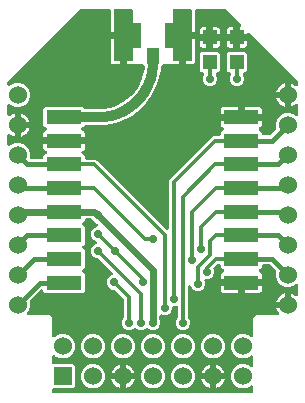
<source format=gbr>
G04 EAGLE Gerber RS-274X export*
G75*
%MOMM*%
%FSLAX34Y34*%
%LPD*%
%INTop Copper*%
%IPPOS*%
%AMOC8*
5,1,8,0,0,1.08239X$1,22.5*%
G01*
%ADD10R,1.200000X1.200000*%
%ADD11R,1.600000X4.400000*%
%ADD12R,1.000000X1.400000*%
%ADD13C,1.524000*%
%ADD14R,1.524000X1.524000*%
%ADD15R,3.000000X1.200000*%
%ADD16C,0.705600*%
%ADD17C,0.304800*%
%ADD18C,0.406400*%
%ADD19C,0.609600*%
%ADD20C,0.812800*%

G36*
X541001Y554897D02*
X541001Y554897D01*
X541000Y554897D01*
X525000Y554897D01*
X524995Y554893D01*
X524995Y554892D01*
X524995Y543707D01*
X518000Y543707D01*
X517995Y543703D01*
X517995Y543702D01*
X517995Y522082D01*
X517999Y522077D01*
X518000Y522077D01*
X524995Y522077D01*
X524995Y510892D01*
X524999Y510887D01*
X525000Y510887D01*
X529953Y510887D01*
X529953Y508351D01*
X524465Y508351D01*
X516683Y508351D01*
X516558Y508337D01*
X516432Y508330D01*
X516385Y508317D01*
X516337Y508311D01*
X516218Y508269D01*
X516097Y508234D01*
X516055Y508210D01*
X516009Y508194D01*
X515903Y508125D01*
X515793Y508064D01*
X515746Y508024D01*
X515716Y508005D01*
X515683Y507970D01*
X515606Y507905D01*
X515051Y507350D01*
X514972Y507251D01*
X514888Y507157D01*
X514864Y507115D01*
X514834Y507077D01*
X514780Y506963D01*
X514719Y506852D01*
X514706Y506805D01*
X514685Y506762D01*
X514659Y506638D01*
X514624Y506516D01*
X514619Y506456D01*
X514612Y506421D01*
X514613Y506373D01*
X514605Y506273D01*
X514605Y503684D01*
X511972Y492149D01*
X506838Y481489D01*
X499461Y472239D01*
X490211Y464862D01*
X479551Y459728D01*
X468016Y457095D01*
X451619Y457095D01*
X451494Y457081D01*
X451368Y457074D01*
X451321Y457061D01*
X451273Y457055D01*
X451154Y457013D01*
X451033Y456978D01*
X450990Y456954D01*
X450945Y456938D01*
X450839Y456869D01*
X450728Y456808D01*
X450682Y456768D01*
X450652Y456749D01*
X450619Y456714D01*
X450542Y456649D01*
X449052Y455159D01*
X449013Y455159D01*
X448864Y455142D01*
X448715Y455130D01*
X448691Y455122D01*
X448666Y455119D01*
X448526Y455069D01*
X448383Y455023D01*
X448362Y455010D01*
X448338Y455002D01*
X448212Y454921D01*
X448084Y454844D01*
X448066Y454826D01*
X448045Y454813D01*
X447941Y454705D01*
X447834Y454601D01*
X447821Y454580D01*
X447803Y454562D01*
X447726Y454434D01*
X447645Y454308D01*
X447637Y454284D01*
X447624Y454263D01*
X447579Y454121D01*
X447529Y453980D01*
X447526Y453955D01*
X447518Y453931D01*
X447506Y453782D01*
X447489Y453633D01*
X447492Y453608D01*
X447490Y453584D01*
X447512Y453436D01*
X447530Y453287D01*
X447538Y453264D01*
X447542Y453239D01*
X447597Y453100D01*
X447648Y452959D01*
X447661Y452938D01*
X447671Y452915D01*
X447756Y452793D01*
X447837Y452667D01*
X447855Y452649D01*
X447870Y452629D01*
X447980Y452529D01*
X448089Y452425D01*
X448110Y452412D01*
X448128Y452396D01*
X448259Y452323D01*
X448388Y452247D01*
X448416Y452237D01*
X448433Y452227D01*
X448479Y452214D01*
X448618Y452165D01*
X448981Y452068D01*
X449560Y451733D01*
X450033Y451260D01*
X450368Y450681D01*
X450541Y450035D01*
X450541Y446699D01*
X434476Y446699D01*
X434450Y446696D01*
X434424Y446698D01*
X434277Y446676D01*
X434130Y446659D01*
X434105Y446651D01*
X434079Y446647D01*
X433942Y446592D01*
X433802Y446542D01*
X433780Y446528D01*
X433755Y446518D01*
X433634Y446433D01*
X433509Y446353D01*
X433491Y446334D01*
X433469Y446319D01*
X433370Y446209D01*
X433267Y446102D01*
X433253Y446080D01*
X433236Y446060D01*
X433164Y445930D01*
X433088Y445803D01*
X433080Y445778D01*
X433067Y445755D01*
X433027Y445612D01*
X433002Y445536D01*
X432998Y445547D01*
X432994Y445573D01*
X432940Y445711D01*
X432890Y445850D01*
X432875Y445872D01*
X432866Y445897D01*
X432781Y446018D01*
X432701Y446143D01*
X432682Y446161D01*
X432667Y446183D01*
X432557Y446282D01*
X432450Y446385D01*
X432427Y446399D01*
X432408Y446416D01*
X432278Y446488D01*
X432151Y446564D01*
X432126Y446572D01*
X432103Y446585D01*
X431960Y446625D01*
X431819Y446670D01*
X431793Y446672D01*
X431768Y446680D01*
X431524Y446699D01*
X415459Y446699D01*
X415459Y450035D01*
X415632Y450681D01*
X415967Y451260D01*
X416440Y451733D01*
X417019Y452068D01*
X417382Y452165D01*
X417521Y452220D01*
X417662Y452270D01*
X417683Y452284D01*
X417706Y452293D01*
X417829Y452378D01*
X417955Y452459D01*
X417972Y452477D01*
X417992Y452491D01*
X418093Y452602D01*
X418197Y452710D01*
X418209Y452731D01*
X418226Y452750D01*
X418299Y452880D01*
X418376Y453009D01*
X418383Y453033D01*
X418395Y453054D01*
X418436Y453198D01*
X418482Y453341D01*
X418484Y453366D01*
X418491Y453389D01*
X418498Y453539D01*
X418510Y453688D01*
X418506Y453713D01*
X418507Y453738D01*
X418480Y453885D01*
X418458Y454033D01*
X418449Y454056D01*
X418444Y454080D01*
X418385Y454218D01*
X418329Y454357D01*
X418315Y454377D01*
X418305Y454400D01*
X418216Y454520D01*
X418130Y454643D01*
X418112Y454660D01*
X418097Y454679D01*
X417983Y454776D01*
X417872Y454876D01*
X417850Y454888D01*
X417831Y454904D01*
X417698Y454973D01*
X417567Y455045D01*
X417543Y455052D01*
X417521Y455063D01*
X417375Y455099D01*
X417231Y455140D01*
X417201Y455142D01*
X417182Y455147D01*
X417135Y455147D01*
X416987Y455159D01*
X416948Y455159D01*
X415459Y456648D01*
X415459Y470752D01*
X416948Y472241D01*
X449052Y472241D01*
X450542Y470751D01*
X450641Y470672D01*
X450735Y470588D01*
X450777Y470564D01*
X450815Y470534D01*
X450929Y470480D01*
X451040Y470419D01*
X451087Y470406D01*
X451130Y470385D01*
X451254Y470359D01*
X451376Y470324D01*
X451436Y470319D01*
X451471Y470312D01*
X451519Y470313D01*
X451619Y470305D01*
X462100Y470305D01*
X462132Y470308D01*
X462186Y470307D01*
X466415Y470545D01*
X466420Y470546D01*
X466426Y470545D01*
X466668Y470580D01*
X474914Y472463D01*
X474960Y472479D01*
X475008Y472487D01*
X475236Y472575D01*
X482857Y476245D01*
X482898Y476271D01*
X482943Y476290D01*
X483146Y476427D01*
X489759Y481700D01*
X489793Y481735D01*
X489832Y481763D01*
X490000Y481941D01*
X495273Y488554D01*
X495299Y488596D01*
X495331Y488632D01*
X495455Y488843D01*
X499125Y496464D01*
X499141Y496510D01*
X499164Y496552D01*
X499237Y496786D01*
X501120Y505032D01*
X501120Y505038D01*
X501122Y505043D01*
X501155Y505285D01*
X501216Y506364D01*
X501206Y506532D01*
X501197Y506701D01*
X501196Y506707D01*
X501196Y506712D01*
X501148Y506874D01*
X501101Y507036D01*
X501098Y507041D01*
X501097Y507046D01*
X501013Y507193D01*
X500931Y507340D01*
X500926Y507345D01*
X500924Y507349D01*
X500911Y507364D01*
X500772Y507527D01*
X500394Y507905D01*
X500295Y507984D01*
X500201Y508068D01*
X500158Y508092D01*
X500121Y508122D01*
X500007Y508176D01*
X499896Y508237D01*
X499849Y508250D01*
X499806Y508271D01*
X499682Y508297D01*
X499560Y508332D01*
X499500Y508337D01*
X499465Y508344D01*
X499417Y508343D01*
X499317Y508351D01*
X491535Y508351D01*
X486047Y508351D01*
X486047Y510887D01*
X491000Y510887D01*
X491005Y510891D01*
X491005Y510892D01*
X491005Y522077D01*
X498000Y522077D01*
X498005Y522081D01*
X498005Y522082D01*
X498005Y543702D01*
X498001Y543707D01*
X498000Y543707D01*
X491005Y543707D01*
X491005Y554892D01*
X491001Y554897D01*
X491000Y554897D01*
X475000Y554897D01*
X474995Y554893D01*
X474995Y554892D01*
X474995Y535939D01*
X472459Y535939D01*
X472459Y553466D01*
X472456Y553492D01*
X472458Y553518D01*
X472436Y553665D01*
X472419Y553812D01*
X472411Y553837D01*
X472407Y553863D01*
X472352Y554001D01*
X472302Y554140D01*
X472288Y554162D01*
X472278Y554187D01*
X472193Y554308D01*
X472113Y554433D01*
X472094Y554451D01*
X472079Y554473D01*
X471969Y554572D01*
X471862Y554675D01*
X471840Y554689D01*
X471820Y554706D01*
X471690Y554778D01*
X471563Y554854D01*
X471538Y554862D01*
X471515Y554875D01*
X471372Y554915D01*
X471231Y554960D01*
X471205Y554962D01*
X471180Y554970D01*
X470936Y554989D01*
X446709Y554989D01*
X446584Y554975D01*
X446458Y554968D01*
X446411Y554955D01*
X446363Y554949D01*
X446244Y554907D01*
X446123Y554872D01*
X446081Y554848D01*
X446035Y554832D01*
X445929Y554763D01*
X445819Y554702D01*
X445772Y554662D01*
X445742Y554643D01*
X445709Y554608D01*
X445632Y554543D01*
X385257Y494168D01*
X385178Y494069D01*
X385094Y493975D01*
X385070Y493932D01*
X385040Y493895D01*
X384986Y493780D01*
X384925Y493670D01*
X384912Y493623D01*
X384891Y493580D01*
X384865Y493456D01*
X384830Y493334D01*
X384825Y493274D01*
X384818Y493239D01*
X384819Y493191D01*
X384811Y493091D01*
X384811Y491758D01*
X384822Y491658D01*
X384824Y491557D01*
X384842Y491485D01*
X384851Y491411D01*
X384884Y491317D01*
X384909Y491219D01*
X384943Y491153D01*
X384968Y491083D01*
X385023Y490999D01*
X385069Y490910D01*
X385117Y490853D01*
X385157Y490790D01*
X385229Y490721D01*
X385294Y490644D01*
X385354Y490600D01*
X385408Y490548D01*
X385494Y490497D01*
X385575Y490437D01*
X385643Y490408D01*
X385707Y490369D01*
X385802Y490339D01*
X385895Y490299D01*
X385968Y490286D01*
X386039Y490263D01*
X386139Y490255D01*
X386238Y490237D01*
X386312Y490241D01*
X386386Y490235D01*
X386485Y490250D01*
X386586Y490255D01*
X386657Y490276D01*
X386731Y490287D01*
X386824Y490324D01*
X386921Y490352D01*
X386986Y490388D01*
X387055Y490416D01*
X387137Y490473D01*
X387225Y490522D01*
X387301Y490587D01*
X387341Y490615D01*
X387365Y490641D01*
X387411Y490681D01*
X387944Y491214D01*
X391679Y492761D01*
X395721Y492761D01*
X399456Y491214D01*
X402314Y488356D01*
X403861Y484621D01*
X403861Y480579D01*
X402314Y476844D01*
X399456Y473986D01*
X395721Y472439D01*
X391679Y472439D01*
X387944Y473986D01*
X387411Y474519D01*
X387333Y474582D01*
X387260Y474652D01*
X387196Y474690D01*
X387138Y474736D01*
X387047Y474779D01*
X386961Y474831D01*
X386890Y474853D01*
X386823Y474885D01*
X386725Y474906D01*
X386629Y474937D01*
X386555Y474943D01*
X386482Y474958D01*
X386382Y474957D01*
X386282Y474965D01*
X386208Y474954D01*
X386134Y474952D01*
X386037Y474928D01*
X385937Y474913D01*
X385868Y474886D01*
X385796Y474867D01*
X385707Y474821D01*
X385613Y474784D01*
X385552Y474742D01*
X385486Y474708D01*
X385409Y474643D01*
X385327Y474585D01*
X385277Y474530D01*
X385221Y474482D01*
X385161Y474401D01*
X385094Y474327D01*
X385058Y474261D01*
X385013Y474202D01*
X384974Y474110D01*
X384925Y474022D01*
X384905Y473950D01*
X384875Y473882D01*
X384858Y473783D01*
X384830Y473686D01*
X384822Y473586D01*
X384814Y473539D01*
X384816Y473503D01*
X384811Y473442D01*
X384811Y466290D01*
X384829Y466136D01*
X384842Y465982D01*
X384848Y465963D01*
X384851Y465944D01*
X384903Y465798D01*
X384952Y465651D01*
X384962Y465634D01*
X384968Y465616D01*
X385052Y465486D01*
X385133Y465353D01*
X385147Y465340D01*
X385157Y465323D01*
X385269Y465215D01*
X385377Y465105D01*
X385394Y465095D01*
X385408Y465081D01*
X385541Y465001D01*
X385672Y464919D01*
X385690Y464912D01*
X385707Y464902D01*
X385854Y464855D01*
X386001Y464804D01*
X386020Y464802D01*
X386039Y464796D01*
X386193Y464784D01*
X386348Y464767D01*
X386367Y464770D01*
X386386Y464768D01*
X386539Y464791D01*
X386694Y464810D01*
X386712Y464817D01*
X386731Y464820D01*
X386875Y464877D01*
X387021Y464931D01*
X387040Y464943D01*
X387055Y464949D01*
X387091Y464973D01*
X387229Y465058D01*
X388375Y465890D01*
X389800Y466616D01*
X391201Y467072D01*
X391201Y458176D01*
X391204Y458150D01*
X391202Y458124D01*
X391224Y457977D01*
X391241Y457830D01*
X391249Y457805D01*
X391253Y457779D01*
X391308Y457642D01*
X391358Y457502D01*
X391372Y457480D01*
X391382Y457455D01*
X391467Y457334D01*
X391547Y457209D01*
X391560Y457197D01*
X391515Y457150D01*
X391501Y457127D01*
X391484Y457108D01*
X391412Y456978D01*
X391336Y456851D01*
X391328Y456826D01*
X391315Y456803D01*
X391275Y456660D01*
X391230Y456519D01*
X391227Y456493D01*
X391220Y456468D01*
X391201Y456224D01*
X391201Y447328D01*
X389800Y447784D01*
X388375Y448510D01*
X387229Y449342D01*
X387094Y449418D01*
X386961Y449498D01*
X386943Y449504D01*
X386926Y449513D01*
X386776Y449557D01*
X386629Y449604D01*
X386610Y449605D01*
X386591Y449611D01*
X386436Y449620D01*
X386282Y449632D01*
X386263Y449629D01*
X386243Y449630D01*
X386090Y449603D01*
X385937Y449580D01*
X385919Y449573D01*
X385900Y449570D01*
X385757Y449509D01*
X385613Y449451D01*
X385597Y449440D01*
X385580Y449433D01*
X385454Y449341D01*
X385327Y449253D01*
X385314Y449238D01*
X385299Y449227D01*
X385197Y449109D01*
X385094Y448994D01*
X385084Y448977D01*
X385072Y448962D01*
X385000Y448825D01*
X384925Y448689D01*
X384920Y448670D01*
X384911Y448653D01*
X384873Y448503D01*
X384830Y448353D01*
X384828Y448330D01*
X384825Y448315D01*
X384824Y448272D01*
X384811Y448110D01*
X384811Y440958D01*
X384822Y440858D01*
X384824Y440757D01*
X384842Y440685D01*
X384851Y440611D01*
X384884Y440517D01*
X384909Y440419D01*
X384943Y440353D01*
X384968Y440283D01*
X385023Y440199D01*
X385069Y440110D01*
X385117Y440053D01*
X385157Y439990D01*
X385229Y439921D01*
X385294Y439844D01*
X385354Y439800D01*
X385408Y439748D01*
X385494Y439697D01*
X385575Y439637D01*
X385643Y439608D01*
X385707Y439569D01*
X385802Y439539D01*
X385895Y439499D01*
X385968Y439486D01*
X386039Y439463D01*
X386139Y439455D01*
X386238Y439437D01*
X386312Y439441D01*
X386386Y439435D01*
X386485Y439450D01*
X386586Y439455D01*
X386657Y439476D01*
X386731Y439487D01*
X386824Y439524D01*
X386921Y439552D01*
X386986Y439588D01*
X387055Y439616D01*
X387137Y439673D01*
X387225Y439722D01*
X387301Y439787D01*
X387341Y439815D01*
X387365Y439841D01*
X387411Y439881D01*
X387944Y440414D01*
X391679Y441961D01*
X395721Y441961D01*
X399456Y440414D01*
X402314Y437556D01*
X403861Y433821D01*
X403861Y429796D01*
X403864Y429770D01*
X403862Y429744D01*
X403884Y429597D01*
X403901Y429450D01*
X403909Y429425D01*
X403913Y429399D01*
X403968Y429261D01*
X404018Y429122D01*
X404032Y429100D01*
X404042Y429075D01*
X404127Y428954D01*
X404207Y428829D01*
X404226Y428811D01*
X404241Y428789D01*
X404351Y428690D01*
X404458Y428587D01*
X404480Y428573D01*
X404500Y428556D01*
X404630Y428484D01*
X404757Y428408D01*
X404782Y428400D01*
X404805Y428387D01*
X404948Y428347D01*
X405089Y428302D01*
X405115Y428300D01*
X405140Y428292D01*
X405384Y428273D01*
X413936Y428273D01*
X413962Y428276D01*
X413988Y428274D01*
X414135Y428296D01*
X414282Y428313D01*
X414307Y428321D01*
X414333Y428325D01*
X414471Y428380D01*
X414610Y428430D01*
X414632Y428444D01*
X414657Y428454D01*
X414778Y428539D01*
X414903Y428619D01*
X414921Y428638D01*
X414943Y428653D01*
X415042Y428763D01*
X415145Y428870D01*
X415159Y428892D01*
X415176Y428912D01*
X415248Y429042D01*
X415324Y429169D01*
X415332Y429194D01*
X415345Y429217D01*
X415385Y429360D01*
X415430Y429501D01*
X415432Y429527D01*
X415440Y429552D01*
X415459Y429796D01*
X415459Y430752D01*
X416948Y432241D01*
X416987Y432241D01*
X417136Y432258D01*
X417285Y432270D01*
X417309Y432278D01*
X417334Y432281D01*
X417474Y432331D01*
X417617Y432377D01*
X417638Y432390D01*
X417662Y432398D01*
X417788Y432479D01*
X417916Y432556D01*
X417934Y432574D01*
X417955Y432587D01*
X418059Y432695D01*
X418166Y432799D01*
X418179Y432820D01*
X418197Y432838D01*
X418274Y432966D01*
X418355Y433092D01*
X418363Y433116D01*
X418376Y433137D01*
X418421Y433279D01*
X418471Y433420D01*
X418474Y433445D01*
X418482Y433469D01*
X418494Y433618D01*
X418511Y433767D01*
X418508Y433792D01*
X418510Y433816D01*
X418488Y433964D01*
X418470Y434113D01*
X418462Y434136D01*
X418458Y434161D01*
X418403Y434300D01*
X418352Y434441D01*
X418339Y434462D01*
X418329Y434485D01*
X418244Y434607D01*
X418163Y434733D01*
X418145Y434751D01*
X418130Y434771D01*
X418020Y434871D01*
X417911Y434975D01*
X417890Y434988D01*
X417872Y435004D01*
X417741Y435077D01*
X417612Y435153D01*
X417584Y435163D01*
X417567Y435173D01*
X417521Y435186D01*
X417382Y435235D01*
X417019Y435332D01*
X416440Y435667D01*
X415967Y436140D01*
X415632Y436719D01*
X415459Y437365D01*
X415459Y440701D01*
X431524Y440701D01*
X431550Y440704D01*
X431576Y440702D01*
X431723Y440724D01*
X431870Y440741D01*
X431895Y440749D01*
X431921Y440753D01*
X432058Y440808D01*
X432198Y440858D01*
X432220Y440872D01*
X432245Y440882D01*
X432366Y440967D01*
X432491Y441047D01*
X432509Y441066D01*
X432531Y441081D01*
X432630Y441191D01*
X432733Y441298D01*
X432747Y441320D01*
X432764Y441340D01*
X432836Y441470D01*
X432912Y441597D01*
X432920Y441622D01*
X432933Y441645D01*
X432973Y441788D01*
X432998Y441864D01*
X433002Y441853D01*
X433006Y441827D01*
X433060Y441689D01*
X433110Y441550D01*
X433125Y441528D01*
X433134Y441503D01*
X433219Y441382D01*
X433299Y441257D01*
X433318Y441239D01*
X433333Y441217D01*
X433443Y441118D01*
X433550Y441015D01*
X433573Y441001D01*
X433592Y440984D01*
X433722Y440912D01*
X433849Y440836D01*
X433874Y440828D01*
X433897Y440815D01*
X434040Y440775D01*
X434181Y440730D01*
X434207Y440727D01*
X434232Y440720D01*
X434476Y440701D01*
X450541Y440701D01*
X450541Y437365D01*
X450368Y436719D01*
X450033Y436140D01*
X449560Y435667D01*
X448981Y435332D01*
X448618Y435235D01*
X448479Y435180D01*
X448338Y435130D01*
X448317Y435116D01*
X448294Y435107D01*
X448171Y435022D01*
X448045Y434941D01*
X448028Y434923D01*
X448008Y434909D01*
X447907Y434798D01*
X447803Y434690D01*
X447791Y434669D01*
X447774Y434650D01*
X447701Y434520D01*
X447624Y434391D01*
X447617Y434367D01*
X447605Y434346D01*
X447564Y434202D01*
X447518Y434059D01*
X447516Y434034D01*
X447509Y434011D01*
X447502Y433861D01*
X447490Y433712D01*
X447494Y433687D01*
X447493Y433662D01*
X447520Y433515D01*
X447542Y433367D01*
X447551Y433344D01*
X447556Y433320D01*
X447615Y433182D01*
X447671Y433043D01*
X447685Y433023D01*
X447695Y433000D01*
X447784Y432880D01*
X447870Y432757D01*
X447888Y432740D01*
X447903Y432721D01*
X448017Y432624D01*
X448128Y432524D01*
X448150Y432512D01*
X448169Y432496D01*
X448302Y432427D01*
X448433Y432355D01*
X448457Y432348D01*
X448479Y432337D01*
X448625Y432301D01*
X448769Y432260D01*
X448799Y432258D01*
X448818Y432253D01*
X448865Y432253D01*
X449013Y432241D01*
X449052Y432241D01*
X450541Y430752D01*
X450541Y429288D01*
X450544Y429262D01*
X450542Y429236D01*
X450564Y429089D01*
X450581Y428942D01*
X450589Y428917D01*
X450593Y428891D01*
X450648Y428753D01*
X450698Y428614D01*
X450712Y428592D01*
X450722Y428567D01*
X450807Y428446D01*
X450887Y428321D01*
X450906Y428303D01*
X450921Y428281D01*
X451031Y428182D01*
X451138Y428079D01*
X451160Y428065D01*
X451180Y428048D01*
X451310Y427976D01*
X451437Y427900D01*
X451462Y427892D01*
X451485Y427879D01*
X451628Y427839D01*
X451769Y427794D01*
X451795Y427792D01*
X451820Y427784D01*
X452064Y427765D01*
X460248Y427765D01*
X519115Y368897D01*
X519193Y368835D01*
X519266Y368765D01*
X519330Y368727D01*
X519388Y368681D01*
X519479Y368638D01*
X519565Y368586D01*
X519636Y368564D01*
X519703Y368532D01*
X519801Y368511D01*
X519897Y368480D01*
X519971Y368474D01*
X520044Y368459D01*
X520144Y368460D01*
X520244Y368452D01*
X520318Y368463D01*
X520392Y368465D01*
X520489Y368489D01*
X520589Y368504D01*
X520658Y368531D01*
X520730Y368550D01*
X520820Y368596D01*
X520913Y368633D01*
X520974Y368675D01*
X521040Y368709D01*
X521117Y368774D01*
X521199Y368832D01*
X521249Y368887D01*
X521305Y368935D01*
X521365Y369016D01*
X521432Y369090D01*
X521468Y369155D01*
X521513Y369215D01*
X521552Y369307D01*
X521601Y369395D01*
X521621Y369467D01*
X521651Y369535D01*
X521668Y369634D01*
X521696Y369731D01*
X521704Y369831D01*
X521712Y369878D01*
X521710Y369914D01*
X521715Y369975D01*
X521715Y410624D01*
X558856Y447765D01*
X563936Y447765D01*
X563962Y447768D01*
X563988Y447766D01*
X564135Y447788D01*
X564282Y447805D01*
X564307Y447813D01*
X564333Y447817D01*
X564471Y447872D01*
X564610Y447922D01*
X564632Y447936D01*
X564657Y447946D01*
X564778Y448031D01*
X564903Y448111D01*
X564921Y448130D01*
X564943Y448145D01*
X565042Y448255D01*
X565145Y448362D01*
X565159Y448384D01*
X565176Y448404D01*
X565248Y448534D01*
X565324Y448661D01*
X565332Y448686D01*
X565345Y448709D01*
X565385Y448852D01*
X565430Y448993D01*
X565432Y449019D01*
X565440Y449044D01*
X565459Y449288D01*
X565459Y450752D01*
X566948Y452241D01*
X566987Y452241D01*
X567136Y452258D01*
X567285Y452270D01*
X567309Y452278D01*
X567334Y452281D01*
X567474Y452331D01*
X567617Y452377D01*
X567638Y452390D01*
X567662Y452398D01*
X567788Y452479D01*
X567916Y452556D01*
X567934Y452574D01*
X567955Y452587D01*
X568059Y452695D01*
X568166Y452799D01*
X568180Y452820D01*
X568197Y452838D01*
X568274Y452966D01*
X568355Y453092D01*
X568363Y453116D01*
X568376Y453137D01*
X568421Y453280D01*
X568471Y453420D01*
X568474Y453445D01*
X568482Y453469D01*
X568494Y453618D01*
X568511Y453767D01*
X568508Y453792D01*
X568510Y453816D01*
X568488Y453964D01*
X568470Y454113D01*
X568462Y454136D01*
X568458Y454161D01*
X568403Y454300D01*
X568352Y454441D01*
X568339Y454462D01*
X568329Y454485D01*
X568244Y454607D01*
X568163Y454733D01*
X568145Y454751D01*
X568130Y454771D01*
X568019Y454871D01*
X567911Y454975D01*
X567890Y454988D01*
X567872Y455004D01*
X567740Y455077D01*
X567612Y455153D01*
X567584Y455163D01*
X567567Y455173D01*
X567521Y455186D01*
X567382Y455235D01*
X567019Y455332D01*
X566440Y455667D01*
X565967Y456140D01*
X565632Y456719D01*
X565459Y457365D01*
X565459Y460701D01*
X581524Y460701D01*
X581550Y460704D01*
X581576Y460702D01*
X581723Y460724D01*
X581870Y460741D01*
X581895Y460749D01*
X581921Y460753D01*
X582058Y460808D01*
X582198Y460858D01*
X582220Y460872D01*
X582245Y460882D01*
X582366Y460967D01*
X582491Y461047D01*
X582509Y461066D01*
X582531Y461081D01*
X582630Y461191D01*
X582733Y461298D01*
X582747Y461320D01*
X582764Y461340D01*
X582836Y461470D01*
X582912Y461597D01*
X582920Y461622D01*
X582933Y461645D01*
X582973Y461788D01*
X582998Y461864D01*
X583002Y461853D01*
X583006Y461827D01*
X583060Y461689D01*
X583110Y461550D01*
X583125Y461528D01*
X583134Y461503D01*
X583219Y461382D01*
X583299Y461257D01*
X583318Y461239D01*
X583333Y461217D01*
X583443Y461118D01*
X583550Y461015D01*
X583573Y461001D01*
X583592Y460984D01*
X583722Y460912D01*
X583849Y460836D01*
X583874Y460828D01*
X583897Y460815D01*
X584040Y460775D01*
X584181Y460730D01*
X584207Y460727D01*
X584232Y460720D01*
X584476Y460701D01*
X600541Y460701D01*
X600541Y457365D01*
X600368Y456719D01*
X600033Y456140D01*
X599560Y455667D01*
X598981Y455332D01*
X598618Y455235D01*
X598479Y455180D01*
X598338Y455130D01*
X598317Y455116D01*
X598294Y455107D01*
X598171Y455022D01*
X598045Y454941D01*
X598028Y454923D01*
X598008Y454909D01*
X597907Y454798D01*
X597803Y454690D01*
X597790Y454669D01*
X597774Y454650D01*
X597701Y454520D01*
X597624Y454391D01*
X597617Y454367D01*
X597605Y454346D01*
X597564Y454202D01*
X597518Y454059D01*
X597516Y454034D01*
X597509Y454011D01*
X597502Y453861D01*
X597490Y453712D01*
X597494Y453687D01*
X597493Y453662D01*
X597520Y453515D01*
X597542Y453367D01*
X597551Y453344D01*
X597556Y453320D01*
X597615Y453182D01*
X597671Y453043D01*
X597685Y453023D01*
X597695Y453000D01*
X597784Y452880D01*
X597870Y452757D01*
X597888Y452741D01*
X597903Y452721D01*
X598017Y452624D01*
X598128Y452524D01*
X598150Y452512D01*
X598169Y452496D01*
X598302Y452427D01*
X598433Y452355D01*
X598457Y452348D01*
X598479Y452337D01*
X598625Y452301D01*
X598769Y452260D01*
X598799Y452258D01*
X598818Y452253D01*
X598865Y452253D01*
X599013Y452241D01*
X599052Y452241D01*
X600541Y450752D01*
X600541Y449796D01*
X600544Y449770D01*
X600542Y449744D01*
X600564Y449597D01*
X600581Y449450D01*
X600589Y449425D01*
X600593Y449399D01*
X600648Y449261D01*
X600698Y449122D01*
X600712Y449100D01*
X600722Y449075D01*
X600807Y448954D01*
X600887Y448829D01*
X600906Y448811D01*
X600921Y448789D01*
X601031Y448690D01*
X601138Y448587D01*
X601160Y448573D01*
X601180Y448556D01*
X601310Y448484D01*
X601437Y448408D01*
X601462Y448400D01*
X601485Y448387D01*
X601628Y448347D01*
X601769Y448302D01*
X601795Y448300D01*
X601820Y448292D01*
X602064Y448273D01*
X606375Y448273D01*
X606501Y448287D01*
X606627Y448294D01*
X606673Y448307D01*
X606721Y448313D01*
X606840Y448355D01*
X606962Y448390D01*
X607004Y448414D01*
X607049Y448430D01*
X607156Y448499D01*
X607266Y448560D01*
X607312Y448600D01*
X607342Y448619D01*
X607376Y448654D01*
X607452Y448719D01*
X611939Y453206D01*
X611986Y453266D01*
X612041Y453319D01*
X612094Y453402D01*
X612155Y453479D01*
X612188Y453548D01*
X612229Y453612D01*
X612262Y453705D01*
X612304Y453794D01*
X612320Y453868D01*
X612346Y453941D01*
X612357Y454038D01*
X612378Y454134D01*
X612376Y454211D01*
X612385Y454287D01*
X612373Y454385D01*
X612372Y454483D01*
X612353Y454557D01*
X612344Y454633D01*
X612298Y454775D01*
X612287Y454821D01*
X612278Y454838D01*
X612269Y454866D01*
X612139Y455179D01*
X612139Y459221D01*
X613686Y462956D01*
X616544Y465814D01*
X620279Y467361D01*
X624321Y467361D01*
X628056Y465814D01*
X628589Y465281D01*
X628667Y465218D01*
X628740Y465148D01*
X628804Y465110D01*
X628862Y465064D01*
X628953Y465021D01*
X629039Y464969D01*
X629110Y464947D01*
X629177Y464915D01*
X629275Y464894D01*
X629371Y464863D01*
X629445Y464857D01*
X629518Y464842D01*
X629618Y464843D01*
X629718Y464835D01*
X629792Y464846D01*
X629866Y464848D01*
X629963Y464872D01*
X630063Y464887D01*
X630132Y464914D01*
X630204Y464933D01*
X630293Y464979D01*
X630387Y465016D01*
X630448Y465058D01*
X630514Y465092D01*
X630591Y465157D01*
X630673Y465215D01*
X630723Y465270D01*
X630779Y465318D01*
X630839Y465399D01*
X630906Y465473D01*
X630942Y465539D01*
X630987Y465598D01*
X631026Y465690D01*
X631075Y465778D01*
X631095Y465850D01*
X631125Y465918D01*
X631142Y466017D01*
X631170Y466114D01*
X631178Y466214D01*
X631186Y466261D01*
X631184Y466297D01*
X631189Y466358D01*
X631189Y473510D01*
X631171Y473664D01*
X631158Y473818D01*
X631152Y473837D01*
X631149Y473856D01*
X631097Y474002D01*
X631048Y474149D01*
X631038Y474166D01*
X631032Y474184D01*
X630948Y474314D01*
X630867Y474447D01*
X630853Y474460D01*
X630843Y474477D01*
X630731Y474585D01*
X630623Y474695D01*
X630606Y474705D01*
X630592Y474719D01*
X630459Y474799D01*
X630328Y474881D01*
X630310Y474888D01*
X630293Y474898D01*
X630146Y474945D01*
X629999Y474996D01*
X629980Y474998D01*
X629961Y475004D01*
X629807Y475016D01*
X629652Y475033D01*
X629633Y475030D01*
X629614Y475032D01*
X629461Y475009D01*
X629306Y474990D01*
X629288Y474983D01*
X629269Y474980D01*
X629125Y474923D01*
X628979Y474869D01*
X628960Y474857D01*
X628945Y474851D01*
X628909Y474827D01*
X628771Y474742D01*
X627625Y473910D01*
X626200Y473184D01*
X624799Y472728D01*
X624799Y481624D01*
X624796Y481650D01*
X624798Y481676D01*
X624776Y481823D01*
X624759Y481970D01*
X624751Y481995D01*
X624747Y482021D01*
X624692Y482158D01*
X624642Y482298D01*
X624628Y482320D01*
X624618Y482345D01*
X624533Y482466D01*
X624453Y482591D01*
X624440Y482603D01*
X624485Y482650D01*
X624499Y482673D01*
X624516Y482692D01*
X624588Y482822D01*
X624664Y482949D01*
X624672Y482974D01*
X624685Y482997D01*
X624725Y483140D01*
X624770Y483281D01*
X624772Y483307D01*
X624780Y483332D01*
X624799Y483576D01*
X624799Y492472D01*
X626200Y492016D01*
X627625Y491290D01*
X628771Y490458D01*
X628906Y490382D01*
X629039Y490302D01*
X629057Y490296D01*
X629074Y490287D01*
X629224Y490243D01*
X629371Y490196D01*
X629390Y490195D01*
X629409Y490189D01*
X629564Y490180D01*
X629718Y490168D01*
X629737Y490171D01*
X629757Y490170D01*
X629910Y490197D01*
X630063Y490220D01*
X630081Y490227D01*
X630100Y490230D01*
X630243Y490291D01*
X630387Y490349D01*
X630403Y490360D01*
X630420Y490367D01*
X630546Y490459D01*
X630673Y490547D01*
X630686Y490562D01*
X630701Y490573D01*
X630803Y490691D01*
X630906Y490806D01*
X630916Y490823D01*
X630928Y490838D01*
X631000Y490975D01*
X631075Y491111D01*
X631080Y491130D01*
X631089Y491147D01*
X631127Y491297D01*
X631170Y491447D01*
X631172Y491470D01*
X631175Y491485D01*
X631176Y491528D01*
X631189Y491690D01*
X631189Y493091D01*
X631175Y493216D01*
X631168Y493342D01*
X631155Y493389D01*
X631149Y493437D01*
X631107Y493556D01*
X631072Y493677D01*
X631048Y493719D01*
X631032Y493765D01*
X630963Y493871D01*
X630902Y493981D01*
X630862Y494028D01*
X630843Y494058D01*
X630808Y494091D01*
X630743Y494168D01*
X590261Y534650D01*
X590183Y534712D01*
X590110Y534782D01*
X590046Y534820D01*
X589988Y534866D01*
X589897Y534909D01*
X589811Y534961D01*
X589740Y534983D01*
X589673Y535015D01*
X589575Y535036D01*
X589479Y535067D01*
X589405Y535073D01*
X589332Y535089D01*
X589232Y535087D01*
X589132Y535095D01*
X589058Y535084D01*
X588984Y535083D01*
X588887Y535058D01*
X588787Y535043D01*
X588718Y535016D01*
X588646Y534998D01*
X588556Y534952D01*
X588463Y534915D01*
X588402Y534872D01*
X588336Y534838D01*
X588259Y534773D01*
X588177Y534716D01*
X588127Y534660D01*
X588071Y534612D01*
X588011Y534531D01*
X587944Y534457D01*
X587908Y534392D01*
X587863Y534332D01*
X587824Y534240D01*
X587801Y534199D01*
X582119Y534199D01*
X582119Y539881D01*
X582167Y539898D01*
X582251Y539953D01*
X582341Y539999D01*
X582397Y540047D01*
X582460Y540087D01*
X582530Y540159D01*
X582606Y540224D01*
X582650Y540284D01*
X582702Y540338D01*
X582754Y540424D01*
X582813Y540505D01*
X582843Y540573D01*
X582881Y540637D01*
X582911Y540732D01*
X582951Y540825D01*
X582964Y540898D01*
X582987Y540969D01*
X582995Y541069D01*
X583013Y541168D01*
X583009Y541242D01*
X583015Y541316D01*
X583000Y541415D01*
X582995Y541516D01*
X582974Y541587D01*
X582963Y541661D01*
X582926Y541754D01*
X582898Y541851D01*
X582862Y541916D01*
X582835Y541985D01*
X582777Y542067D01*
X582728Y542155D01*
X582663Y542231D01*
X582636Y542271D01*
X582609Y542295D01*
X582570Y542341D01*
X570368Y554543D01*
X570269Y554622D01*
X570175Y554706D01*
X570132Y554730D01*
X570095Y554760D01*
X569980Y554814D01*
X569870Y554875D01*
X569823Y554888D01*
X569780Y554909D01*
X569656Y554935D01*
X569534Y554970D01*
X569474Y554975D01*
X569439Y554982D01*
X569391Y554981D01*
X569291Y554989D01*
X545064Y554989D01*
X545038Y554986D01*
X545012Y554988D01*
X544865Y554966D01*
X544718Y554949D01*
X544693Y554941D01*
X544667Y554937D01*
X544529Y554882D01*
X544390Y554832D01*
X544368Y554818D01*
X544343Y554808D01*
X544222Y554723D01*
X544097Y554643D01*
X544079Y554624D01*
X544057Y554609D01*
X543958Y554499D01*
X543855Y554392D01*
X543841Y554370D01*
X543824Y554350D01*
X543752Y554220D01*
X543676Y554093D01*
X543668Y554068D01*
X543655Y554045D01*
X543615Y553902D01*
X543570Y553761D01*
X543568Y553735D01*
X543560Y553710D01*
X543541Y553466D01*
X543541Y535939D01*
X541005Y535939D01*
X541005Y554892D01*
X541001Y554897D01*
G37*
G36*
X591592Y229874D02*
X591592Y229874D01*
X591618Y229872D01*
X591765Y229894D01*
X591912Y229911D01*
X591937Y229919D01*
X591963Y229923D01*
X592101Y229978D01*
X592240Y230028D01*
X592262Y230042D01*
X592287Y230052D01*
X592408Y230137D01*
X592533Y230217D01*
X592551Y230236D01*
X592573Y230251D01*
X592672Y230361D01*
X592775Y230468D01*
X592789Y230490D01*
X592806Y230510D01*
X592878Y230640D01*
X592954Y230767D01*
X592962Y230792D01*
X592975Y230815D01*
X593015Y230958D01*
X593060Y231099D01*
X593062Y231125D01*
X593070Y231150D01*
X593089Y231394D01*
X593089Y235082D01*
X593078Y235182D01*
X593076Y235283D01*
X593058Y235355D01*
X593049Y235429D01*
X593016Y235523D01*
X592991Y235621D01*
X592957Y235687D01*
X592932Y235757D01*
X592877Y235841D01*
X592831Y235930D01*
X592783Y235987D01*
X592743Y236050D01*
X592671Y236119D01*
X592606Y236196D01*
X592546Y236240D01*
X592492Y236292D01*
X592406Y236343D01*
X592325Y236403D01*
X592257Y236432D01*
X592193Y236471D01*
X592098Y236501D01*
X592005Y236541D01*
X591932Y236554D01*
X591861Y236577D01*
X591761Y236585D01*
X591662Y236603D01*
X591588Y236599D01*
X591514Y236605D01*
X591415Y236590D01*
X591314Y236585D01*
X591243Y236564D01*
X591169Y236553D01*
X591076Y236516D01*
X590979Y236488D01*
X590914Y236452D01*
X590845Y236424D01*
X590763Y236367D01*
X590675Y236318D01*
X590599Y236253D01*
X590559Y236225D01*
X590535Y236199D01*
X590489Y236159D01*
X590006Y235676D01*
X586271Y234129D01*
X582229Y234129D01*
X578494Y235676D01*
X575636Y238534D01*
X574089Y242269D01*
X574089Y246311D01*
X575636Y250046D01*
X578494Y252904D01*
X582229Y254451D01*
X586271Y254451D01*
X590006Y252904D01*
X590489Y252421D01*
X590567Y252358D01*
X590640Y252288D01*
X590704Y252250D01*
X590762Y252204D01*
X590853Y252161D01*
X590939Y252109D01*
X591010Y252087D01*
X591077Y252055D01*
X591175Y252034D01*
X591271Y252003D01*
X591345Y251997D01*
X591418Y251982D01*
X591518Y251983D01*
X591618Y251975D01*
X591692Y251986D01*
X591766Y251988D01*
X591863Y252012D01*
X591963Y252027D01*
X592032Y252054D01*
X592104Y252073D01*
X592193Y252119D01*
X592287Y252156D01*
X592348Y252198D01*
X592414Y252232D01*
X592491Y252297D01*
X592573Y252355D01*
X592623Y252410D01*
X592679Y252458D01*
X592739Y252539D01*
X592806Y252613D01*
X592842Y252679D01*
X592887Y252738D01*
X592926Y252830D01*
X592975Y252918D01*
X592995Y252990D01*
X593025Y253058D01*
X593042Y253157D01*
X593070Y253254D01*
X593078Y253354D01*
X593086Y253401D01*
X593084Y253437D01*
X593089Y253498D01*
X593089Y260482D01*
X593078Y260582D01*
X593076Y260683D01*
X593058Y260755D01*
X593049Y260829D01*
X593016Y260923D01*
X592991Y261021D01*
X592957Y261087D01*
X592932Y261157D01*
X592877Y261241D01*
X592831Y261330D01*
X592783Y261387D01*
X592743Y261450D01*
X592671Y261519D01*
X592606Y261596D01*
X592546Y261640D01*
X592492Y261692D01*
X592406Y261743D01*
X592325Y261803D01*
X592257Y261832D01*
X592193Y261871D01*
X592098Y261901D01*
X592005Y261941D01*
X591932Y261954D01*
X591861Y261977D01*
X591761Y261985D01*
X591662Y262003D01*
X591588Y261999D01*
X591514Y262005D01*
X591415Y261990D01*
X591314Y261985D01*
X591243Y261964D01*
X591169Y261953D01*
X591076Y261916D01*
X590979Y261888D01*
X590914Y261852D01*
X590845Y261824D01*
X590763Y261767D01*
X590675Y261718D01*
X590599Y261653D01*
X590559Y261625D01*
X590535Y261599D01*
X590489Y261559D01*
X590006Y261076D01*
X586271Y259529D01*
X582229Y259529D01*
X578494Y261076D01*
X575636Y263934D01*
X574089Y267669D01*
X574089Y271711D01*
X575636Y275446D01*
X578494Y278304D01*
X582229Y279851D01*
X586271Y279851D01*
X590006Y278304D01*
X590489Y277821D01*
X590567Y277758D01*
X590640Y277688D01*
X590704Y277650D01*
X590762Y277604D01*
X590853Y277561D01*
X590939Y277509D01*
X591010Y277487D01*
X591077Y277455D01*
X591175Y277434D01*
X591271Y277403D01*
X591345Y277397D01*
X591418Y277382D01*
X591518Y277383D01*
X591618Y277375D01*
X591692Y277386D01*
X591766Y277388D01*
X591863Y277412D01*
X591963Y277427D01*
X592032Y277454D01*
X592104Y277473D01*
X592193Y277519D01*
X592287Y277556D01*
X592348Y277598D01*
X592414Y277632D01*
X592491Y277697D01*
X592573Y277755D01*
X592623Y277810D01*
X592679Y277858D01*
X592739Y277939D01*
X592806Y278013D01*
X592842Y278079D01*
X592887Y278138D01*
X592926Y278230D01*
X592975Y278318D01*
X592995Y278390D01*
X593025Y278458D01*
X593042Y278557D01*
X593070Y278654D01*
X593078Y278754D01*
X593086Y278801D01*
X593084Y278837D01*
X593089Y278898D01*
X593089Y293678D01*
X595322Y295911D01*
X613210Y295911D01*
X613364Y295929D01*
X613518Y295942D01*
X613537Y295948D01*
X613556Y295951D01*
X613702Y296003D01*
X613849Y296052D01*
X613866Y296062D01*
X613884Y296068D01*
X614014Y296152D01*
X614147Y296233D01*
X614160Y296247D01*
X614177Y296257D01*
X614285Y296369D01*
X614395Y296477D01*
X614405Y296494D01*
X614419Y296508D01*
X614499Y296641D01*
X614581Y296772D01*
X614588Y296790D01*
X614598Y296807D01*
X614645Y296954D01*
X614696Y297101D01*
X614698Y297120D01*
X614704Y297139D01*
X614716Y297293D01*
X614733Y297448D01*
X614730Y297467D01*
X614732Y297486D01*
X614709Y297639D01*
X614690Y297794D01*
X614683Y297812D01*
X614680Y297831D01*
X614623Y297975D01*
X614569Y298121D01*
X614557Y298140D01*
X614551Y298155D01*
X614527Y298191D01*
X614442Y298329D01*
X613610Y299475D01*
X612884Y300900D01*
X612428Y302301D01*
X621324Y302301D01*
X621350Y302304D01*
X621376Y302302D01*
X621523Y302324D01*
X621670Y302341D01*
X621695Y302349D01*
X621721Y302353D01*
X621858Y302408D01*
X621998Y302458D01*
X622020Y302472D01*
X622045Y302482D01*
X622166Y302567D01*
X622291Y302647D01*
X622309Y302666D01*
X622331Y302681D01*
X622430Y302791D01*
X622533Y302898D01*
X622547Y302920D01*
X622564Y302940D01*
X622636Y303070D01*
X622712Y303197D01*
X622720Y303222D01*
X622733Y303245D01*
X622773Y303388D01*
X622818Y303529D01*
X622820Y303555D01*
X622827Y303580D01*
X622847Y303824D01*
X622847Y304253D01*
X623276Y304253D01*
X623302Y304256D01*
X623328Y304254D01*
X623475Y304276D01*
X623622Y304293D01*
X623647Y304302D01*
X623673Y304306D01*
X623811Y304360D01*
X623950Y304410D01*
X623972Y304425D01*
X623997Y304434D01*
X624118Y304519D01*
X624243Y304599D01*
X624261Y304618D01*
X624283Y304633D01*
X624382Y304743D01*
X624485Y304850D01*
X624499Y304873D01*
X624516Y304892D01*
X624588Y305022D01*
X624664Y305149D01*
X624672Y305174D01*
X624685Y305197D01*
X624725Y305340D01*
X624770Y305481D01*
X624772Y305507D01*
X624780Y305532D01*
X624799Y305776D01*
X624799Y314672D01*
X626200Y314216D01*
X627625Y313490D01*
X628771Y312658D01*
X628906Y312582D01*
X629039Y312502D01*
X629057Y312496D01*
X629074Y312487D01*
X629224Y312443D01*
X629371Y312396D01*
X629390Y312395D01*
X629409Y312389D01*
X629564Y312380D01*
X629718Y312368D01*
X629737Y312371D01*
X629757Y312370D01*
X629910Y312397D01*
X630063Y312420D01*
X630081Y312427D01*
X630100Y312430D01*
X630243Y312491D01*
X630387Y312549D01*
X630403Y312560D01*
X630420Y312567D01*
X630546Y312659D01*
X630673Y312747D01*
X630686Y312762D01*
X630701Y312773D01*
X630803Y312891D01*
X630906Y313006D01*
X630916Y313023D01*
X630928Y313038D01*
X631000Y313175D01*
X631075Y313311D01*
X631080Y313330D01*
X631089Y313347D01*
X631127Y313497D01*
X631170Y313647D01*
X631172Y313670D01*
X631175Y313685D01*
X631176Y313728D01*
X631189Y313890D01*
X631189Y321042D01*
X631178Y321142D01*
X631176Y321243D01*
X631158Y321315D01*
X631149Y321389D01*
X631116Y321483D01*
X631091Y321581D01*
X631057Y321647D01*
X631032Y321717D01*
X630977Y321801D01*
X630931Y321890D01*
X630883Y321947D01*
X630843Y322010D01*
X630771Y322079D01*
X630706Y322156D01*
X630646Y322200D01*
X630592Y322252D01*
X630506Y322303D01*
X630425Y322363D01*
X630357Y322392D01*
X630293Y322431D01*
X630198Y322461D01*
X630105Y322501D01*
X630032Y322514D01*
X629961Y322537D01*
X629861Y322545D01*
X629762Y322563D01*
X629688Y322559D01*
X629614Y322565D01*
X629515Y322550D01*
X629414Y322545D01*
X629343Y322524D01*
X629269Y322513D01*
X629176Y322476D01*
X629079Y322448D01*
X629014Y322412D01*
X628945Y322384D01*
X628863Y322327D01*
X628775Y322278D01*
X628699Y322213D01*
X628659Y322185D01*
X628635Y322159D01*
X628589Y322119D01*
X628056Y321586D01*
X624321Y320039D01*
X620279Y320039D01*
X616544Y321586D01*
X613686Y324444D01*
X612139Y328179D01*
X612139Y332221D01*
X612240Y332464D01*
X612261Y332537D01*
X612291Y332607D01*
X612308Y332704D01*
X612335Y332799D01*
X612339Y332875D01*
X612353Y332950D01*
X612348Y333049D01*
X612352Y333147D01*
X612339Y333222D01*
X612335Y333298D01*
X612308Y333393D01*
X612290Y333490D01*
X612259Y333560D01*
X612238Y333633D01*
X612190Y333719D01*
X612151Y333809D01*
X612105Y333871D01*
X612068Y333937D01*
X611971Y334051D01*
X611943Y334089D01*
X611929Y334101D01*
X611910Y334124D01*
X607352Y338681D01*
X607253Y338760D01*
X607159Y338844D01*
X607117Y338868D01*
X607079Y338898D01*
X606965Y338952D01*
X606854Y339013D01*
X606808Y339026D01*
X606764Y339047D01*
X606641Y339073D01*
X606519Y339108D01*
X606458Y339113D01*
X606423Y339120D01*
X606375Y339119D01*
X606275Y339127D01*
X602064Y339127D01*
X602038Y339124D01*
X602012Y339126D01*
X601865Y339104D01*
X601718Y339087D01*
X601693Y339079D01*
X601667Y339075D01*
X601529Y339020D01*
X601390Y338970D01*
X601368Y338956D01*
X601343Y338946D01*
X601222Y338861D01*
X601097Y338781D01*
X601079Y338762D01*
X601057Y338747D01*
X600958Y338637D01*
X600855Y338530D01*
X600841Y338508D01*
X600824Y338488D01*
X600752Y338358D01*
X600676Y338231D01*
X600668Y338206D01*
X600655Y338183D01*
X600615Y338040D01*
X600570Y337899D01*
X600568Y337873D01*
X600560Y337848D01*
X600541Y337604D01*
X600541Y336648D01*
X599052Y335159D01*
X599013Y335159D01*
X598864Y335142D01*
X598715Y335130D01*
X598691Y335122D01*
X598666Y335119D01*
X598525Y335069D01*
X598383Y335023D01*
X598362Y335010D01*
X598338Y335002D01*
X598212Y334921D01*
X598084Y334844D01*
X598066Y334826D01*
X598045Y334813D01*
X597941Y334705D01*
X597834Y334601D01*
X597821Y334580D01*
X597803Y334562D01*
X597727Y334434D01*
X597646Y334308D01*
X597637Y334284D01*
X597624Y334263D01*
X597579Y334121D01*
X597529Y333980D01*
X597526Y333955D01*
X597518Y333931D01*
X597506Y333782D01*
X597489Y333633D01*
X597492Y333609D01*
X597490Y333584D01*
X597512Y333436D01*
X597530Y333287D01*
X597538Y333264D01*
X597542Y333239D01*
X597597Y333100D01*
X597648Y332959D01*
X597662Y332938D01*
X597671Y332915D01*
X597756Y332793D01*
X597838Y332667D01*
X597855Y332649D01*
X597870Y332629D01*
X597981Y332529D01*
X598089Y332425D01*
X598110Y332412D01*
X598128Y332396D01*
X598259Y332323D01*
X598388Y332247D01*
X598416Y332237D01*
X598433Y332227D01*
X598479Y332214D01*
X598618Y332165D01*
X598981Y332068D01*
X599560Y331733D01*
X600033Y331260D01*
X600368Y330681D01*
X600541Y330035D01*
X600541Y326699D01*
X584476Y326699D01*
X584450Y326696D01*
X584424Y326698D01*
X584277Y326676D01*
X584130Y326659D01*
X584105Y326651D01*
X584079Y326647D01*
X583942Y326592D01*
X583802Y326542D01*
X583780Y326528D01*
X583755Y326518D01*
X583634Y326433D01*
X583509Y326353D01*
X583491Y326334D01*
X583469Y326319D01*
X583370Y326209D01*
X583267Y326102D01*
X583253Y326080D01*
X583236Y326060D01*
X583164Y325930D01*
X583088Y325803D01*
X583080Y325778D01*
X583067Y325755D01*
X583027Y325612D01*
X583002Y325536D01*
X582998Y325547D01*
X582994Y325573D01*
X582940Y325711D01*
X582890Y325850D01*
X582875Y325872D01*
X582866Y325897D01*
X582781Y326018D01*
X582701Y326143D01*
X582682Y326161D01*
X582667Y326183D01*
X582557Y326282D01*
X582450Y326385D01*
X582427Y326399D01*
X582408Y326416D01*
X582278Y326488D01*
X582151Y326564D01*
X582126Y326572D01*
X582103Y326585D01*
X581960Y326625D01*
X581819Y326670D01*
X581793Y326672D01*
X581768Y326680D01*
X581524Y326699D01*
X565459Y326699D01*
X565459Y330035D01*
X565632Y330681D01*
X565967Y331260D01*
X566440Y331733D01*
X567019Y332068D01*
X567382Y332165D01*
X567520Y332220D01*
X567662Y332270D01*
X567683Y332284D01*
X567706Y332293D01*
X567829Y332378D01*
X567955Y332459D01*
X567972Y332477D01*
X567992Y332491D01*
X568092Y332602D01*
X568197Y332710D01*
X568210Y332731D01*
X568226Y332750D01*
X568299Y332880D01*
X568376Y333009D01*
X568383Y333032D01*
X568395Y333054D01*
X568436Y333198D01*
X568482Y333341D01*
X568484Y333366D01*
X568491Y333390D01*
X568498Y333539D01*
X568510Y333688D01*
X568506Y333713D01*
X568507Y333738D01*
X568480Y333885D01*
X568458Y334033D01*
X568449Y334056D01*
X568444Y334080D01*
X568384Y334218D01*
X568329Y334357D01*
X568315Y334377D01*
X568305Y334400D01*
X568216Y334520D01*
X568130Y334643D01*
X568112Y334659D01*
X568097Y334679D01*
X567983Y334776D01*
X567872Y334876D01*
X567850Y334888D01*
X567831Y334904D01*
X567698Y334972D01*
X567567Y335045D01*
X567543Y335052D01*
X567521Y335063D01*
X567375Y335099D01*
X567231Y335140D01*
X567201Y335142D01*
X567182Y335147D01*
X567135Y335147D01*
X566987Y335159D01*
X566948Y335159D01*
X565459Y336648D01*
X565459Y338112D01*
X565456Y338138D01*
X565458Y338164D01*
X565436Y338311D01*
X565419Y338458D01*
X565411Y338483D01*
X565407Y338509D01*
X565352Y338647D01*
X565302Y338786D01*
X565288Y338808D01*
X565278Y338833D01*
X565193Y338954D01*
X565113Y339079D01*
X565094Y339097D01*
X565079Y339119D01*
X564969Y339218D01*
X564862Y339321D01*
X564840Y339335D01*
X564820Y339352D01*
X564690Y339424D01*
X564563Y339500D01*
X564538Y339508D01*
X564515Y339521D01*
X564372Y339561D01*
X564231Y339606D01*
X564205Y339608D01*
X564180Y339616D01*
X563936Y339635D01*
X563655Y339635D01*
X563529Y339621D01*
X563403Y339614D01*
X563356Y339601D01*
X563308Y339595D01*
X563189Y339553D01*
X563068Y339518D01*
X563026Y339494D01*
X562980Y339478D01*
X562874Y339409D01*
X562764Y339348D01*
X562718Y339308D01*
X562688Y339289D01*
X562654Y339254D01*
X562578Y339189D01*
X559790Y336401D01*
X559742Y336342D01*
X559688Y336288D01*
X559634Y336205D01*
X559573Y336128D01*
X559541Y336059D01*
X559499Y335995D01*
X559466Y335902D01*
X559424Y335813D01*
X559408Y335739D01*
X559383Y335667D01*
X559372Y335569D01*
X559351Y335473D01*
X559352Y335396D01*
X559344Y335320D01*
X559355Y335222D01*
X559357Y335124D01*
X559376Y335050D01*
X559385Y334974D01*
X559430Y334832D01*
X559442Y334786D01*
X559451Y334769D01*
X559460Y334741D01*
X559789Y333947D01*
X559789Y331533D01*
X558865Y329302D01*
X557158Y327595D01*
X554927Y326671D01*
X553254Y326671D01*
X553104Y326654D01*
X552955Y326642D01*
X552932Y326634D01*
X552908Y326631D01*
X552766Y326581D01*
X552623Y326534D01*
X552602Y326522D01*
X552579Y326514D01*
X552453Y326432D01*
X552324Y326355D01*
X552307Y326338D01*
X552287Y326325D01*
X552182Y326217D01*
X552074Y326112D01*
X552061Y326092D01*
X552044Y326074D01*
X551967Y325945D01*
X551886Y325819D01*
X551878Y325796D01*
X551866Y325775D01*
X551820Y325632D01*
X551769Y325490D01*
X551767Y325466D01*
X551759Y325443D01*
X551747Y325294D01*
X551731Y325144D01*
X551733Y325120D01*
X551731Y325096D01*
X551754Y324947D01*
X551771Y324798D01*
X551780Y324770D01*
X551783Y324751D01*
X551801Y324707D01*
X551846Y324565D01*
X552169Y323787D01*
X552169Y321373D01*
X551245Y319142D01*
X549538Y317435D01*
X547307Y316511D01*
X544893Y316511D01*
X542662Y317435D01*
X540955Y319142D01*
X540395Y320494D01*
X540371Y320538D01*
X540354Y320585D01*
X540286Y320690D01*
X540226Y320799D01*
X540192Y320836D01*
X540165Y320878D01*
X540075Y320965D01*
X539992Y321057D01*
X539950Y321085D01*
X539914Y321120D01*
X539807Y321184D01*
X539705Y321255D01*
X539658Y321273D01*
X539615Y321299D01*
X539497Y321337D01*
X539381Y321383D01*
X539331Y321390D01*
X539283Y321406D01*
X539159Y321416D01*
X539036Y321434D01*
X538986Y321429D01*
X538936Y321434D01*
X538813Y321415D01*
X538689Y321405D01*
X538641Y321389D01*
X538591Y321382D01*
X538476Y321336D01*
X538357Y321298D01*
X538314Y321272D01*
X538267Y321253D01*
X538165Y321182D01*
X538059Y321118D01*
X538022Y321083D01*
X537981Y321054D01*
X537898Y320962D01*
X537809Y320875D01*
X537781Y320833D01*
X537748Y320795D01*
X537688Y320687D01*
X537620Y320582D01*
X537603Y320534D01*
X537579Y320490D01*
X537545Y320371D01*
X537504Y320253D01*
X537498Y320204D01*
X537484Y320155D01*
X537465Y319911D01*
X537465Y294709D01*
X537479Y294583D01*
X537486Y294457D01*
X537499Y294410D01*
X537505Y294362D01*
X537547Y294244D01*
X537582Y294122D01*
X537606Y294080D01*
X537622Y294034D01*
X537691Y293928D01*
X537752Y293818D01*
X537792Y293772D01*
X537811Y293742D01*
X537846Y293708D01*
X537911Y293632D01*
X538545Y292998D01*
X539469Y290767D01*
X539469Y288353D01*
X538545Y286122D01*
X536838Y284415D01*
X534607Y283491D01*
X532193Y283491D01*
X529962Y284415D01*
X528255Y286122D01*
X527331Y288353D01*
X527331Y290767D01*
X528255Y292998D01*
X528889Y293632D01*
X528968Y293731D01*
X529052Y293824D01*
X529076Y293867D01*
X529106Y293905D01*
X529160Y294019D01*
X529221Y294130D01*
X529234Y294176D01*
X529255Y294220D01*
X529281Y294343D01*
X529316Y294465D01*
X529321Y294526D01*
X529328Y294560D01*
X529327Y294608D01*
X529335Y294709D01*
X529335Y302504D01*
X529318Y302654D01*
X529306Y302803D01*
X529298Y302826D01*
X529295Y302850D01*
X529245Y302992D01*
X529198Y303135D01*
X529186Y303156D01*
X529178Y303179D01*
X529096Y303305D01*
X529019Y303434D01*
X529002Y303451D01*
X528989Y303471D01*
X528881Y303576D01*
X528776Y303684D01*
X528756Y303697D01*
X528738Y303714D01*
X528609Y303791D01*
X528483Y303872D01*
X528460Y303880D01*
X528439Y303892D01*
X528296Y303938D01*
X528154Y303989D01*
X528130Y303991D01*
X528107Y303999D01*
X527958Y304011D01*
X527808Y304027D01*
X527784Y304025D01*
X527760Y304027D01*
X527611Y304004D01*
X527462Y303987D01*
X527434Y303978D01*
X527415Y303975D01*
X527371Y303957D01*
X527229Y303911D01*
X526987Y303811D01*
X525752Y303811D01*
X525726Y303808D01*
X525700Y303810D01*
X525553Y303788D01*
X525406Y303771D01*
X525381Y303763D01*
X525355Y303759D01*
X525217Y303704D01*
X525078Y303654D01*
X525056Y303640D01*
X525031Y303630D01*
X524910Y303545D01*
X524785Y303465D01*
X524767Y303446D01*
X524745Y303431D01*
X524646Y303321D01*
X524543Y303214D01*
X524529Y303192D01*
X524512Y303172D01*
X524440Y303042D01*
X524364Y302915D01*
X524356Y302890D01*
X524343Y302867D01*
X524303Y302724D01*
X524258Y302583D01*
X524256Y302557D01*
X524248Y302532D01*
X524229Y302288D01*
X524229Y301053D01*
X523305Y298822D01*
X521598Y297115D01*
X519367Y296191D01*
X516953Y296191D01*
X515745Y296692D01*
X515600Y296733D01*
X515457Y296779D01*
X515433Y296781D01*
X515410Y296787D01*
X515259Y296795D01*
X515110Y296807D01*
X515086Y296803D01*
X515062Y296804D01*
X514914Y296777D01*
X514765Y296755D01*
X514743Y296746D01*
X514719Y296742D01*
X514581Y296682D01*
X514441Y296626D01*
X514421Y296612D01*
X514399Y296603D01*
X514278Y296513D01*
X514155Y296427D01*
X514139Y296409D01*
X514119Y296395D01*
X514022Y296280D01*
X513922Y296169D01*
X513910Y296147D01*
X513894Y296129D01*
X513826Y295995D01*
X513753Y295864D01*
X513747Y295840D01*
X513736Y295819D01*
X513699Y295673D01*
X513658Y295528D01*
X513656Y295499D01*
X513651Y295480D01*
X513651Y295433D01*
X513639Y295284D01*
X513639Y292229D01*
X513639Y292227D01*
X513639Y292225D01*
X513659Y292054D01*
X513679Y291883D01*
X513679Y291881D01*
X513680Y291879D01*
X513755Y291646D01*
X514119Y290767D01*
X514119Y288353D01*
X513195Y286122D01*
X511488Y284415D01*
X509257Y283491D01*
X506843Y283491D01*
X504612Y284415D01*
X504022Y285005D01*
X504002Y285022D01*
X503985Y285042D01*
X503866Y285130D01*
X503749Y285222D01*
X503725Y285233D01*
X503704Y285249D01*
X503568Y285307D01*
X503434Y285371D01*
X503408Y285377D01*
X503384Y285387D01*
X503238Y285413D01*
X503093Y285444D01*
X503067Y285444D01*
X503041Y285449D01*
X502893Y285441D01*
X502745Y285438D01*
X502719Y285432D01*
X502693Y285431D01*
X502551Y285390D01*
X502407Y285353D01*
X502384Y285341D01*
X502358Y285334D01*
X502229Y285262D01*
X502097Y285194D01*
X502077Y285177D01*
X502054Y285164D01*
X501868Y285005D01*
X501278Y284415D01*
X499047Y283491D01*
X496633Y283491D01*
X494402Y284415D01*
X493837Y284980D01*
X493817Y284997D01*
X493800Y285017D01*
X493680Y285105D01*
X493564Y285197D01*
X493540Y285208D01*
X493519Y285224D01*
X493383Y285283D01*
X493249Y285346D01*
X493223Y285351D01*
X493199Y285362D01*
X493053Y285388D01*
X492908Y285419D01*
X492882Y285419D01*
X492856Y285424D01*
X492708Y285416D01*
X492560Y285413D01*
X492534Y285407D01*
X492508Y285406D01*
X492366Y285365D01*
X492222Y285328D01*
X492198Y285316D01*
X492173Y285309D01*
X492044Y285237D01*
X491912Y285169D01*
X491892Y285152D01*
X491869Y285139D01*
X491683Y284980D01*
X491118Y284415D01*
X488887Y283491D01*
X486473Y283491D01*
X484242Y284415D01*
X482535Y286122D01*
X481611Y288353D01*
X481611Y290767D01*
X482535Y292998D01*
X483169Y293632D01*
X483248Y293731D01*
X483332Y293824D01*
X483356Y293867D01*
X483386Y293905D01*
X483440Y294019D01*
X483501Y294130D01*
X483514Y294176D01*
X483535Y294220D01*
X483561Y294343D01*
X483596Y294465D01*
X483601Y294526D01*
X483608Y294560D01*
X483607Y294608D01*
X483615Y294709D01*
X483615Y308835D01*
X483601Y308961D01*
X483594Y309087D01*
X483581Y309134D01*
X483575Y309182D01*
X483533Y309301D01*
X483498Y309422D01*
X483474Y309464D01*
X483458Y309510D01*
X483389Y309616D01*
X483328Y309726D01*
X483288Y309772D01*
X483269Y309802D01*
X483234Y309836D01*
X483169Y309912D01*
X475746Y317335D01*
X475647Y317414D01*
X475554Y317498D01*
X475511Y317522D01*
X475473Y317552D01*
X475359Y317606D01*
X475249Y317667D01*
X475202Y317680D01*
X475158Y317701D01*
X475035Y317727D01*
X474913Y317762D01*
X474852Y317767D01*
X474818Y317774D01*
X474770Y317773D01*
X474669Y317781D01*
X473773Y317781D01*
X471542Y318705D01*
X469835Y320412D01*
X468911Y322643D01*
X468911Y325057D01*
X469835Y327288D01*
X471542Y328995D01*
X473340Y329739D01*
X473472Y329813D01*
X473606Y329882D01*
X473624Y329897D01*
X473645Y329909D01*
X473756Y330010D01*
X473871Y330108D01*
X473885Y330127D01*
X473903Y330143D01*
X473989Y330267D01*
X474078Y330388D01*
X474088Y330410D01*
X474101Y330430D01*
X474156Y330570D01*
X474216Y330709D01*
X474220Y330732D01*
X474229Y330754D01*
X474251Y330903D01*
X474277Y331052D01*
X474276Y331075D01*
X474280Y331099D01*
X474267Y331250D01*
X474259Y331400D01*
X474253Y331422D01*
X474251Y331446D01*
X474204Y331590D01*
X474163Y331735D01*
X474151Y331755D01*
X474144Y331778D01*
X474066Y331907D01*
X473992Y332039D01*
X473974Y332060D01*
X473964Y332076D01*
X473932Y332110D01*
X473834Y332225D01*
X462289Y343752D01*
X462190Y343830D01*
X462097Y343914D01*
X462054Y343938D01*
X462016Y343968D01*
X461902Y344022D01*
X461792Y344083D01*
X461745Y344096D01*
X461701Y344117D01*
X461578Y344143D01*
X461457Y344178D01*
X461395Y344183D01*
X461360Y344190D01*
X461312Y344189D01*
X461213Y344197D01*
X460311Y344197D01*
X458080Y345121D01*
X456373Y346828D01*
X455449Y349059D01*
X455449Y351473D01*
X456373Y353704D01*
X458080Y355411D01*
X459739Y356098D01*
X459826Y356147D01*
X459919Y356187D01*
X459978Y356231D01*
X460043Y356267D01*
X460118Y356334D01*
X460198Y356394D01*
X460246Y356451D01*
X460301Y356501D01*
X460359Y356584D01*
X460423Y356660D01*
X460457Y356727D01*
X460500Y356788D01*
X460536Y356881D01*
X460582Y356971D01*
X460600Y357043D01*
X460627Y357112D01*
X460642Y357211D01*
X460666Y357309D01*
X460667Y357383D01*
X460678Y357457D01*
X460670Y357557D01*
X460671Y357657D01*
X460655Y357730D01*
X460649Y357804D01*
X460618Y357900D01*
X460597Y357998D01*
X460565Y358065D01*
X460542Y358136D01*
X460490Y358222D01*
X460447Y358313D01*
X460401Y358371D01*
X460363Y358434D01*
X460293Y358506D01*
X460230Y358585D01*
X460171Y358631D01*
X460120Y358684D01*
X460035Y358739D01*
X459956Y358801D01*
X459867Y358847D01*
X459826Y358873D01*
X459793Y358885D01*
X459739Y358912D01*
X458080Y359599D01*
X456373Y361306D01*
X455449Y363537D01*
X455449Y365951D01*
X456373Y368182D01*
X458080Y369889D01*
X460493Y370888D01*
X460625Y370961D01*
X460758Y371030D01*
X460777Y371046D01*
X460798Y371058D01*
X460909Y371159D01*
X461024Y371256D01*
X461038Y371276D01*
X461056Y371292D01*
X461142Y371415D01*
X461231Y371536D01*
X461241Y371559D01*
X461254Y371578D01*
X461310Y371718D01*
X461369Y371856D01*
X461373Y371880D01*
X461382Y371903D01*
X461404Y372051D01*
X461431Y372199D01*
X461429Y372224D01*
X461433Y372247D01*
X461421Y372398D01*
X461413Y372547D01*
X461406Y372571D01*
X461404Y372595D01*
X461358Y372738D01*
X461316Y372882D01*
X461304Y372903D01*
X461297Y372926D01*
X461219Y373056D01*
X461146Y373186D01*
X461127Y373209D01*
X461117Y373225D01*
X461084Y373259D01*
X460988Y373373D01*
X459453Y374907D01*
X459452Y374908D01*
X459451Y374910D01*
X459310Y375020D01*
X459180Y375124D01*
X459179Y375124D01*
X459177Y375126D01*
X458959Y375237D01*
X458080Y375601D01*
X456346Y377335D01*
X456309Y377390D01*
X456261Y377475D01*
X456209Y377532D01*
X456166Y377595D01*
X456093Y377661D01*
X456027Y377734D01*
X455964Y377777D01*
X455907Y377828D01*
X455821Y377876D01*
X455740Y377932D01*
X455669Y377960D01*
X455602Y377997D01*
X455507Y378024D01*
X455416Y378060D01*
X455340Y378071D01*
X455267Y378092D01*
X455118Y378104D01*
X455071Y378111D01*
X455052Y378109D01*
X455023Y378111D01*
X452064Y378111D01*
X452038Y378108D01*
X452012Y378110D01*
X451865Y378088D01*
X451718Y378071D01*
X451693Y378063D01*
X451667Y378059D01*
X451529Y378004D01*
X451390Y377954D01*
X451368Y377940D01*
X451343Y377930D01*
X451222Y377845D01*
X451097Y377765D01*
X451079Y377746D01*
X451057Y377731D01*
X450958Y377621D01*
X450855Y377514D01*
X450841Y377492D01*
X450824Y377472D01*
X450752Y377342D01*
X450676Y377215D01*
X450668Y377190D01*
X450655Y377167D01*
X450615Y377024D01*
X450570Y376883D01*
X450568Y376857D01*
X450560Y376832D01*
X450546Y376653D01*
X448670Y374777D01*
X448654Y374756D01*
X448634Y374740D01*
X448546Y374620D01*
X448454Y374504D01*
X448442Y374480D01*
X448427Y374459D01*
X448368Y374323D01*
X448305Y374189D01*
X448299Y374163D01*
X448289Y374139D01*
X448262Y373993D01*
X448231Y373848D01*
X448232Y373822D01*
X448227Y373796D01*
X448235Y373648D01*
X448237Y373500D01*
X448244Y373474D01*
X448245Y373448D01*
X448286Y373306D01*
X448322Y373162D01*
X448334Y373139D01*
X448342Y373113D01*
X448414Y372984D01*
X448482Y372852D01*
X448499Y372832D01*
X448512Y372809D01*
X448670Y372623D01*
X450541Y370752D01*
X450541Y356648D01*
X448670Y354777D01*
X448654Y354756D01*
X448634Y354740D01*
X448546Y354620D01*
X448454Y354504D01*
X448442Y354480D01*
X448427Y354459D01*
X448368Y354323D01*
X448305Y354189D01*
X448299Y354163D01*
X448289Y354139D01*
X448262Y353993D01*
X448231Y353848D01*
X448232Y353822D01*
X448227Y353796D01*
X448235Y353648D01*
X448237Y353500D01*
X448244Y353474D01*
X448245Y353448D01*
X448286Y353306D01*
X448322Y353162D01*
X448334Y353139D01*
X448342Y353113D01*
X448414Y352984D01*
X448482Y352852D01*
X448499Y352832D01*
X448512Y352809D01*
X448670Y352623D01*
X450541Y350752D01*
X450541Y336648D01*
X448670Y334777D01*
X448654Y334756D01*
X448634Y334740D01*
X448546Y334620D01*
X448454Y334504D01*
X448442Y334480D01*
X448427Y334459D01*
X448368Y334323D01*
X448305Y334189D01*
X448299Y334163D01*
X448289Y334139D01*
X448262Y333993D01*
X448231Y333848D01*
X448232Y333822D01*
X448227Y333796D01*
X448235Y333648D01*
X448237Y333500D01*
X448244Y333474D01*
X448245Y333448D01*
X448286Y333306D01*
X448322Y333162D01*
X448334Y333139D01*
X448342Y333113D01*
X448414Y332984D01*
X448482Y332852D01*
X448499Y332832D01*
X448512Y332809D01*
X448670Y332623D01*
X450541Y330752D01*
X450541Y316648D01*
X449052Y315159D01*
X416948Y315159D01*
X415431Y316676D01*
X415428Y316687D01*
X415419Y316761D01*
X415386Y316856D01*
X415361Y316953D01*
X415327Y317019D01*
X415302Y317089D01*
X415247Y317174D01*
X415201Y317263D01*
X415153Y317320D01*
X415113Y317382D01*
X415041Y317452D01*
X414976Y317528D01*
X414916Y317573D01*
X414862Y317624D01*
X414776Y317676D01*
X414695Y317736D01*
X414627Y317765D01*
X414563Y317803D01*
X414467Y317834D01*
X414375Y317874D01*
X414302Y317887D01*
X414231Y317909D01*
X414131Y317917D01*
X414032Y317935D01*
X413958Y317931D01*
X413884Y317937D01*
X413784Y317922D01*
X413684Y317917D01*
X413613Y317897D01*
X413539Y317886D01*
X413446Y317849D01*
X413349Y317821D01*
X413284Y317784D01*
X413215Y317757D01*
X413133Y317700D01*
X413045Y317651D01*
X412969Y317585D01*
X412929Y317558D01*
X412905Y317532D01*
X412859Y317492D01*
X404090Y308724D01*
X404043Y308664D01*
X403988Y308611D01*
X403935Y308528D01*
X403874Y308451D01*
X403841Y308382D01*
X403800Y308317D01*
X403767Y308225D01*
X403725Y308136D01*
X403709Y308061D01*
X403683Y307989D01*
X403672Y307891D01*
X403652Y307795D01*
X403653Y307719D01*
X403644Y307643D01*
X403656Y307545D01*
X403658Y307446D01*
X403676Y307372D01*
X403685Y307296D01*
X403731Y307154D01*
X403743Y307108D01*
X403751Y307091D01*
X403760Y307064D01*
X403861Y306821D01*
X403861Y302779D01*
X402314Y299044D01*
X401781Y298511D01*
X401718Y298433D01*
X401648Y298360D01*
X401610Y298296D01*
X401564Y298238D01*
X401521Y298147D01*
X401469Y298061D01*
X401447Y297990D01*
X401415Y297923D01*
X401394Y297825D01*
X401363Y297729D01*
X401357Y297655D01*
X401342Y297582D01*
X401343Y297482D01*
X401335Y297382D01*
X401346Y297308D01*
X401348Y297234D01*
X401372Y297137D01*
X401387Y297037D01*
X401414Y296968D01*
X401433Y296896D01*
X401479Y296807D01*
X401516Y296713D01*
X401558Y296652D01*
X401592Y296586D01*
X401657Y296509D01*
X401715Y296427D01*
X401770Y296377D01*
X401818Y296321D01*
X401899Y296261D01*
X401973Y296194D01*
X402039Y296158D01*
X402098Y296113D01*
X402190Y296074D01*
X402278Y296025D01*
X402350Y296005D01*
X402418Y295975D01*
X402517Y295958D01*
X402614Y295930D01*
X402714Y295922D01*
X402761Y295914D01*
X402797Y295916D01*
X402858Y295911D01*
X420678Y295911D01*
X422911Y293678D01*
X422911Y278798D01*
X422922Y278698D01*
X422924Y278597D01*
X422942Y278525D01*
X422951Y278451D01*
X422984Y278357D01*
X423009Y278259D01*
X423043Y278193D01*
X423068Y278123D01*
X423123Y278039D01*
X423169Y277950D01*
X423217Y277893D01*
X423257Y277830D01*
X423329Y277761D01*
X423394Y277684D01*
X423454Y277640D01*
X423508Y277588D01*
X423594Y277537D01*
X423675Y277477D01*
X423743Y277448D01*
X423807Y277409D01*
X423902Y277379D01*
X423995Y277339D01*
X424068Y277326D01*
X424139Y277303D01*
X424239Y277295D01*
X424338Y277277D01*
X424412Y277281D01*
X424486Y277275D01*
X424585Y277290D01*
X424686Y277295D01*
X424757Y277316D01*
X424831Y277327D01*
X424924Y277364D01*
X425021Y277392D01*
X425086Y277428D01*
X425155Y277456D01*
X425237Y277513D01*
X425325Y277562D01*
X425401Y277627D01*
X425441Y277655D01*
X425465Y277681D01*
X425511Y277721D01*
X426094Y278304D01*
X429829Y279851D01*
X433871Y279851D01*
X437606Y278304D01*
X440464Y275446D01*
X442011Y271711D01*
X442011Y267669D01*
X440464Y263934D01*
X437606Y261076D01*
X433871Y259529D01*
X429829Y259529D01*
X426094Y261076D01*
X425511Y261659D01*
X425432Y261722D01*
X425360Y261792D01*
X425296Y261830D01*
X425238Y261876D01*
X425147Y261919D01*
X425061Y261971D01*
X424990Y261993D01*
X424923Y262025D01*
X424825Y262046D01*
X424729Y262077D01*
X424655Y262083D01*
X424582Y262098D01*
X424482Y262097D01*
X424382Y262105D01*
X424308Y262094D01*
X424234Y262092D01*
X424137Y262068D01*
X424037Y262053D01*
X423968Y262026D01*
X423896Y262007D01*
X423807Y261961D01*
X423713Y261924D01*
X423652Y261882D01*
X423586Y261848D01*
X423509Y261783D01*
X423427Y261725D01*
X423377Y261670D01*
X423321Y261622D01*
X423261Y261541D01*
X423194Y261467D01*
X423158Y261401D01*
X423113Y261342D01*
X423074Y261250D01*
X423025Y261162D01*
X423005Y261090D01*
X422975Y261022D01*
X422958Y260923D01*
X422930Y260826D01*
X422922Y260726D01*
X422914Y260679D01*
X422916Y260643D01*
X422911Y260582D01*
X422911Y255974D01*
X422914Y255948D01*
X422912Y255922D01*
X422934Y255775D01*
X422951Y255628D01*
X422959Y255603D01*
X422963Y255577D01*
X423018Y255439D01*
X423068Y255300D01*
X423082Y255278D01*
X423092Y255253D01*
X423177Y255132D01*
X423257Y255007D01*
X423276Y254989D01*
X423291Y254967D01*
X423401Y254868D01*
X423508Y254765D01*
X423530Y254751D01*
X423550Y254734D01*
X423680Y254662D01*
X423807Y254586D01*
X423832Y254578D01*
X423855Y254565D01*
X423998Y254525D01*
X424139Y254480D01*
X424165Y254478D01*
X424190Y254470D01*
X424434Y254451D01*
X440522Y254451D01*
X442011Y252962D01*
X442011Y235618D01*
X440522Y234129D01*
X424434Y234129D01*
X424408Y234126D01*
X424382Y234128D01*
X424235Y234106D01*
X424088Y234089D01*
X424063Y234081D01*
X424037Y234077D01*
X423899Y234022D01*
X423760Y233972D01*
X423738Y233958D01*
X423713Y233948D01*
X423592Y233863D01*
X423467Y233783D01*
X423449Y233764D01*
X423427Y233749D01*
X423328Y233639D01*
X423225Y233532D01*
X423211Y233510D01*
X423194Y233490D01*
X423122Y233360D01*
X423046Y233233D01*
X423038Y233208D01*
X423025Y233185D01*
X422985Y233042D01*
X422940Y232901D01*
X422938Y232875D01*
X422930Y232850D01*
X422911Y232606D01*
X422911Y231394D01*
X422914Y231368D01*
X422912Y231342D01*
X422934Y231195D01*
X422951Y231048D01*
X422959Y231023D01*
X422963Y230997D01*
X423018Y230859D01*
X423068Y230720D01*
X423082Y230698D01*
X423092Y230673D01*
X423177Y230552D01*
X423257Y230427D01*
X423276Y230409D01*
X423291Y230387D01*
X423401Y230288D01*
X423508Y230185D01*
X423530Y230171D01*
X423550Y230154D01*
X423680Y230082D01*
X423807Y230006D01*
X423832Y229998D01*
X423855Y229985D01*
X423998Y229945D01*
X424139Y229900D01*
X424165Y229898D01*
X424190Y229890D01*
X424434Y229871D01*
X591566Y229871D01*
X591592Y229874D01*
G37*
%LPC*%
G36*
X555053Y489993D02*
X555053Y489993D01*
X552822Y490917D01*
X551115Y492624D01*
X550191Y494855D01*
X550191Y497269D01*
X551137Y499553D01*
X551179Y499698D01*
X551224Y499841D01*
X551226Y499865D01*
X551233Y499888D01*
X551240Y500039D01*
X551252Y500188D01*
X551249Y500212D01*
X551250Y500236D01*
X551223Y500384D01*
X551201Y500533D01*
X551192Y500555D01*
X551187Y500579D01*
X551128Y500717D01*
X551072Y500857D01*
X551058Y500877D01*
X551049Y500899D01*
X550959Y501020D01*
X550873Y501143D01*
X550855Y501159D01*
X550841Y501179D01*
X550726Y501276D01*
X550614Y501376D01*
X550593Y501388D01*
X550575Y501404D01*
X550441Y501472D01*
X550309Y501545D01*
X550286Y501551D01*
X550264Y501562D01*
X550119Y501599D01*
X549974Y501640D01*
X549945Y501642D01*
X549926Y501647D01*
X549879Y501647D01*
X549730Y501659D01*
X549208Y501659D01*
X547719Y503148D01*
X547719Y517252D01*
X549208Y518741D01*
X563312Y518741D01*
X564801Y517252D01*
X564801Y503148D01*
X563312Y501659D01*
X562790Y501659D01*
X562641Y501642D01*
X562491Y501630D01*
X562468Y501622D01*
X562444Y501619D01*
X562303Y501569D01*
X562159Y501523D01*
X562138Y501510D01*
X562116Y501502D01*
X561990Y501420D01*
X561860Y501343D01*
X561843Y501326D01*
X561823Y501313D01*
X561718Y501205D01*
X561611Y501100D01*
X561597Y501080D01*
X561581Y501062D01*
X561503Y500933D01*
X561422Y500807D01*
X561414Y500784D01*
X561402Y500763D01*
X561356Y500620D01*
X561306Y500478D01*
X561303Y500454D01*
X561296Y500431D01*
X561284Y500282D01*
X561267Y500132D01*
X561270Y500108D01*
X561268Y500084D01*
X561290Y499935D01*
X561308Y499786D01*
X561316Y499758D01*
X561319Y499739D01*
X561337Y499695D01*
X561383Y499553D01*
X562329Y497269D01*
X562329Y494855D01*
X561405Y492624D01*
X559698Y490917D01*
X557467Y489993D01*
X555053Y489993D01*
G37*
%LPD*%
%LPC*%
G36*
X577913Y489993D02*
X577913Y489993D01*
X575682Y490917D01*
X573975Y492624D01*
X573051Y494855D01*
X573051Y497269D01*
X573997Y499553D01*
X574039Y499698D01*
X574084Y499841D01*
X574086Y499865D01*
X574093Y499888D01*
X574100Y500039D01*
X574112Y500188D01*
X574109Y500212D01*
X574110Y500236D01*
X574083Y500384D01*
X574061Y500533D01*
X574052Y500555D01*
X574047Y500579D01*
X573988Y500717D01*
X573932Y500857D01*
X573918Y500877D01*
X573909Y500899D01*
X573819Y501020D01*
X573733Y501143D01*
X573715Y501159D01*
X573701Y501179D01*
X573586Y501276D01*
X573474Y501376D01*
X573453Y501388D01*
X573435Y501404D01*
X573301Y501472D01*
X573169Y501545D01*
X573146Y501551D01*
X573124Y501562D01*
X572979Y501599D01*
X572834Y501640D01*
X572805Y501642D01*
X572786Y501647D01*
X572739Y501647D01*
X572590Y501659D01*
X572068Y501659D01*
X570579Y503148D01*
X570579Y517252D01*
X572068Y518741D01*
X586172Y518741D01*
X587661Y517252D01*
X587661Y503148D01*
X586172Y501659D01*
X585650Y501659D01*
X585501Y501642D01*
X585351Y501630D01*
X585328Y501622D01*
X585304Y501619D01*
X585163Y501569D01*
X585019Y501523D01*
X584998Y501510D01*
X584976Y501502D01*
X584850Y501420D01*
X584720Y501343D01*
X584703Y501326D01*
X584683Y501313D01*
X584578Y501205D01*
X584471Y501100D01*
X584457Y501080D01*
X584441Y501062D01*
X584363Y500933D01*
X584282Y500807D01*
X584274Y500784D01*
X584262Y500763D01*
X584216Y500620D01*
X584166Y500478D01*
X584163Y500454D01*
X584156Y500431D01*
X584144Y500282D01*
X584127Y500132D01*
X584130Y500108D01*
X584128Y500084D01*
X584150Y499935D01*
X584168Y499786D01*
X584176Y499758D01*
X584179Y499739D01*
X584197Y499695D01*
X584243Y499553D01*
X585189Y497269D01*
X585189Y494855D01*
X584265Y492624D01*
X582558Y490917D01*
X580327Y489993D01*
X577913Y489993D01*
G37*
%LPD*%
%LPC*%
G36*
X556829Y259529D02*
X556829Y259529D01*
X553094Y261076D01*
X550236Y263934D01*
X548689Y267669D01*
X548689Y271711D01*
X550236Y275446D01*
X553094Y278304D01*
X556829Y279851D01*
X560871Y279851D01*
X564606Y278304D01*
X567464Y275446D01*
X569011Y271711D01*
X569011Y267669D01*
X567464Y263934D01*
X564606Y261076D01*
X560871Y259529D01*
X556829Y259529D01*
G37*
%LPD*%
%LPC*%
G36*
X455229Y259529D02*
X455229Y259529D01*
X451494Y261076D01*
X448636Y263934D01*
X447089Y267669D01*
X447089Y271711D01*
X448636Y275446D01*
X451494Y278304D01*
X455229Y279851D01*
X459271Y279851D01*
X463006Y278304D01*
X465864Y275446D01*
X467411Y271711D01*
X467411Y267669D01*
X465864Y263934D01*
X463006Y261076D01*
X459271Y259529D01*
X455229Y259529D01*
G37*
%LPD*%
%LPC*%
G36*
X480629Y259529D02*
X480629Y259529D01*
X476894Y261076D01*
X474036Y263934D01*
X472489Y267669D01*
X472489Y271711D01*
X474036Y275446D01*
X476894Y278304D01*
X480629Y279851D01*
X484671Y279851D01*
X488406Y278304D01*
X491264Y275446D01*
X492811Y271711D01*
X492811Y267669D01*
X491264Y263934D01*
X488406Y261076D01*
X484671Y259529D01*
X480629Y259529D01*
G37*
%LPD*%
%LPC*%
G36*
X506029Y259529D02*
X506029Y259529D01*
X502294Y261076D01*
X499436Y263934D01*
X497889Y267669D01*
X497889Y271711D01*
X499436Y275446D01*
X502294Y278304D01*
X506029Y279851D01*
X510071Y279851D01*
X513806Y278304D01*
X516664Y275446D01*
X518211Y271711D01*
X518211Y267669D01*
X516664Y263934D01*
X513806Y261076D01*
X510071Y259529D01*
X506029Y259529D01*
G37*
%LPD*%
%LPC*%
G36*
X531429Y259529D02*
X531429Y259529D01*
X527694Y261076D01*
X524836Y263934D01*
X523289Y267669D01*
X523289Y271711D01*
X524836Y275446D01*
X527694Y278304D01*
X531429Y279851D01*
X535471Y279851D01*
X539206Y278304D01*
X542064Y275446D01*
X543611Y271711D01*
X543611Y267669D01*
X542064Y263934D01*
X539206Y261076D01*
X535471Y259529D01*
X531429Y259529D01*
G37*
%LPD*%
%LPC*%
G36*
X455229Y234129D02*
X455229Y234129D01*
X451494Y235676D01*
X448636Y238534D01*
X447089Y242269D01*
X447089Y246311D01*
X448636Y250046D01*
X451494Y252904D01*
X455229Y254451D01*
X459271Y254451D01*
X463006Y252904D01*
X465864Y250046D01*
X467411Y246311D01*
X467411Y242269D01*
X465864Y238534D01*
X463006Y235676D01*
X459271Y234129D01*
X455229Y234129D01*
G37*
%LPD*%
%LPC*%
G36*
X531429Y234129D02*
X531429Y234129D01*
X527694Y235676D01*
X524836Y238534D01*
X523289Y242269D01*
X523289Y246311D01*
X524836Y250046D01*
X527694Y252904D01*
X531429Y254451D01*
X535471Y254451D01*
X539206Y252904D01*
X542064Y250046D01*
X543611Y246311D01*
X543611Y242269D01*
X542064Y238534D01*
X539206Y235676D01*
X535471Y234129D01*
X531429Y234129D01*
G37*
%LPD*%
%LPC*%
G36*
X506029Y234129D02*
X506029Y234129D01*
X502294Y235676D01*
X499436Y238534D01*
X497889Y242269D01*
X497889Y246311D01*
X499436Y250046D01*
X502294Y252904D01*
X506029Y254451D01*
X510071Y254451D01*
X513806Y252904D01*
X516664Y250046D01*
X518211Y246311D01*
X518211Y242269D01*
X516664Y238534D01*
X513806Y235676D01*
X510071Y234129D01*
X506029Y234129D01*
G37*
%LPD*%
%LPC*%
G36*
X565459Y466699D02*
X565459Y466699D01*
X565459Y470035D01*
X565632Y470681D01*
X565967Y471260D01*
X566440Y471733D01*
X567019Y472068D01*
X567665Y472241D01*
X580001Y472241D01*
X580001Y466699D01*
X565459Y466699D01*
G37*
%LPD*%
%LPC*%
G36*
X585999Y466699D02*
X585999Y466699D01*
X585999Y472241D01*
X598335Y472241D01*
X598981Y472068D01*
X599560Y471733D01*
X600033Y471260D01*
X600368Y470681D01*
X600541Y470035D01*
X600541Y466699D01*
X585999Y466699D01*
G37*
%LPD*%
%LPC*%
G36*
X585999Y315159D02*
X585999Y315159D01*
X585999Y320701D01*
X600541Y320701D01*
X600541Y317365D01*
X600368Y316719D01*
X600033Y316140D01*
X599560Y315667D01*
X598981Y315332D01*
X598335Y315159D01*
X585999Y315159D01*
G37*
%LPD*%
%LPC*%
G36*
X567665Y315159D02*
X567665Y315159D01*
X567019Y315332D01*
X566440Y315667D01*
X565967Y316140D01*
X565632Y316719D01*
X565459Y317365D01*
X565459Y320701D01*
X580001Y320701D01*
X580001Y315159D01*
X567665Y315159D01*
G37*
%LPD*%
%LPC*%
G36*
X474665Y508351D02*
X474665Y508351D01*
X474019Y508524D01*
X473440Y508859D01*
X472967Y509332D01*
X472632Y509911D01*
X472459Y510557D01*
X472459Y529845D01*
X474995Y529845D01*
X474995Y510892D01*
X474999Y510887D01*
X475000Y510887D01*
X479953Y510887D01*
X479953Y508351D01*
X474665Y508351D01*
G37*
%LPD*%
%LPC*%
G36*
X536047Y508351D02*
X536047Y508351D01*
X536047Y510887D01*
X541000Y510887D01*
X541005Y510891D01*
X541005Y510892D01*
X541005Y529845D01*
X543541Y529845D01*
X543541Y510557D01*
X543368Y509911D01*
X543033Y509332D01*
X542560Y508859D01*
X541981Y508524D01*
X541335Y508351D01*
X536047Y508351D01*
G37*
%LPD*%
%LPC*%
G36*
X396199Y459699D02*
X396199Y459699D01*
X396199Y467072D01*
X397600Y466616D01*
X399025Y465890D01*
X400319Y464950D01*
X401450Y463819D01*
X402390Y462525D01*
X403116Y461100D01*
X403572Y459699D01*
X396199Y459699D01*
G37*
%LPD*%
%LPC*%
G36*
X485149Y246789D02*
X485149Y246789D01*
X485149Y254162D01*
X486550Y253706D01*
X487975Y252980D01*
X489269Y252040D01*
X490400Y250909D01*
X491340Y249615D01*
X492066Y248190D01*
X492522Y246789D01*
X485149Y246789D01*
G37*
%LPD*%
%LPC*%
G36*
X561349Y246789D02*
X561349Y246789D01*
X561349Y254162D01*
X562750Y253706D01*
X564175Y252980D01*
X565469Y252040D01*
X566600Y250909D01*
X567540Y249615D01*
X568266Y248190D01*
X568722Y246789D01*
X561349Y246789D01*
G37*
%LPD*%
%LPC*%
G36*
X612428Y307299D02*
X612428Y307299D01*
X612884Y308700D01*
X613610Y310125D01*
X614550Y311419D01*
X615681Y312550D01*
X616975Y313490D01*
X618400Y314216D01*
X619801Y314672D01*
X619801Y307299D01*
X612428Y307299D01*
G37*
%LPD*%
%LPC*%
G36*
X612428Y485099D02*
X612428Y485099D01*
X612884Y486500D01*
X613610Y487925D01*
X614550Y489219D01*
X615681Y490350D01*
X616975Y491290D01*
X618400Y492016D01*
X619801Y492472D01*
X619801Y485099D01*
X612428Y485099D01*
G37*
%LPD*%
%LPC*%
G36*
X472778Y246789D02*
X472778Y246789D01*
X473234Y248190D01*
X473960Y249615D01*
X474900Y250909D01*
X476031Y252040D01*
X477325Y252980D01*
X478750Y253706D01*
X480151Y254162D01*
X480151Y246789D01*
X472778Y246789D01*
G37*
%LPD*%
%LPC*%
G36*
X561349Y241791D02*
X561349Y241791D01*
X568722Y241791D01*
X568266Y240390D01*
X567540Y238965D01*
X566600Y237671D01*
X565469Y236540D01*
X564175Y235600D01*
X562750Y234874D01*
X561349Y234418D01*
X561349Y241791D01*
G37*
%LPD*%
%LPC*%
G36*
X396199Y454701D02*
X396199Y454701D01*
X403572Y454701D01*
X403116Y453300D01*
X402390Y451875D01*
X401450Y450581D01*
X400319Y449450D01*
X399025Y448510D01*
X397600Y447784D01*
X396199Y447328D01*
X396199Y454701D01*
G37*
%LPD*%
%LPC*%
G36*
X548978Y246789D02*
X548978Y246789D01*
X549434Y248190D01*
X550160Y249615D01*
X551100Y250909D01*
X552231Y252040D01*
X553525Y252980D01*
X554950Y253706D01*
X556351Y254162D01*
X556351Y246789D01*
X548978Y246789D01*
G37*
%LPD*%
%LPC*%
G36*
X485149Y241791D02*
X485149Y241791D01*
X492522Y241791D01*
X492066Y240390D01*
X491340Y238965D01*
X490400Y237671D01*
X489269Y236540D01*
X487975Y235600D01*
X486550Y234874D01*
X485149Y234418D01*
X485149Y241791D01*
G37*
%LPD*%
%LPC*%
G36*
X478750Y234874D02*
X478750Y234874D01*
X477325Y235600D01*
X476031Y236540D01*
X474900Y237671D01*
X473960Y238965D01*
X473234Y240390D01*
X472778Y241791D01*
X480151Y241791D01*
X480151Y234418D01*
X478750Y234874D01*
G37*
%LPD*%
%LPC*%
G36*
X554950Y234874D02*
X554950Y234874D01*
X553525Y235600D01*
X552231Y236540D01*
X551100Y237671D01*
X550160Y238965D01*
X549434Y240390D01*
X548978Y241791D01*
X556351Y241791D01*
X556351Y234418D01*
X554950Y234874D01*
G37*
%LPD*%
%LPC*%
G36*
X618400Y473184D02*
X618400Y473184D01*
X616975Y473910D01*
X615681Y474850D01*
X614550Y475981D01*
X613610Y477275D01*
X612884Y478700D01*
X612428Y480101D01*
X619801Y480101D01*
X619801Y472728D01*
X618400Y473184D01*
G37*
%LPD*%
%LPC*%
G36*
X559259Y534199D02*
X559259Y534199D01*
X559259Y539741D01*
X562595Y539741D01*
X563241Y539568D01*
X563820Y539233D01*
X564293Y538760D01*
X564628Y538181D01*
X564801Y537535D01*
X564801Y534199D01*
X559259Y534199D01*
G37*
%LPD*%
%LPC*%
G36*
X570579Y534199D02*
X570579Y534199D01*
X570579Y537535D01*
X570752Y538181D01*
X571087Y538760D01*
X571560Y539233D01*
X572139Y539568D01*
X572785Y539741D01*
X576121Y539741D01*
X576121Y534199D01*
X570579Y534199D01*
G37*
%LPD*%
%LPC*%
G36*
X547719Y534199D02*
X547719Y534199D01*
X547719Y537535D01*
X547892Y538181D01*
X548227Y538760D01*
X548700Y539233D01*
X549279Y539568D01*
X549925Y539741D01*
X553261Y539741D01*
X553261Y534199D01*
X547719Y534199D01*
G37*
%LPD*%
%LPC*%
G36*
X582119Y522659D02*
X582119Y522659D01*
X582119Y528201D01*
X587661Y528201D01*
X587661Y524865D01*
X587488Y524219D01*
X587153Y523640D01*
X586680Y523167D01*
X586101Y522832D01*
X585455Y522659D01*
X582119Y522659D01*
G37*
%LPD*%
%LPC*%
G36*
X559259Y522659D02*
X559259Y522659D01*
X559259Y528201D01*
X564801Y528201D01*
X564801Y524865D01*
X564628Y524219D01*
X564293Y523640D01*
X563820Y523167D01*
X563241Y522832D01*
X562595Y522659D01*
X559259Y522659D01*
G37*
%LPD*%
%LPC*%
G36*
X549925Y522659D02*
X549925Y522659D01*
X549279Y522832D01*
X548700Y523167D01*
X548227Y523640D01*
X547892Y524219D01*
X547719Y524865D01*
X547719Y528201D01*
X553261Y528201D01*
X553261Y522659D01*
X549925Y522659D01*
G37*
%LPD*%
%LPC*%
G36*
X572785Y522659D02*
X572785Y522659D01*
X572139Y522832D01*
X571560Y523167D01*
X571087Y523640D01*
X570752Y524219D01*
X570579Y524865D01*
X570579Y528201D01*
X576121Y528201D01*
X576121Y522659D01*
X572785Y522659D01*
G37*
%LPD*%
D10*
X579120Y531200D03*
X579120Y510200D03*
X556260Y531200D03*
X556260Y510200D03*
D11*
X483000Y532892D03*
X533000Y532892D03*
D12*
X508000Y515892D03*
D13*
X393700Y482600D03*
X393700Y457200D03*
X393700Y431800D03*
X393700Y406400D03*
X393700Y381000D03*
X393700Y355600D03*
X393700Y330200D03*
X393700Y304800D03*
X622300Y482600D03*
X622300Y457200D03*
X622300Y431800D03*
X622300Y406400D03*
X622300Y381000D03*
X622300Y355600D03*
X622300Y330200D03*
X622300Y304800D03*
D14*
X431850Y244290D03*
D13*
X431850Y269690D03*
X457250Y244290D03*
X457250Y269690D03*
X482650Y244290D03*
X482650Y269690D03*
X508050Y244290D03*
X508050Y269690D03*
X533450Y244290D03*
X533450Y269690D03*
X558850Y244290D03*
X558850Y269690D03*
X584250Y244290D03*
X584250Y269690D03*
D15*
X583000Y323700D03*
X583000Y343700D03*
X433000Y323700D03*
X583000Y363700D03*
X583000Y383700D03*
X583000Y403700D03*
X583000Y423700D03*
X583000Y443700D03*
X583000Y463700D03*
X433000Y343700D03*
X433000Y363700D03*
X433000Y383700D03*
X433000Y403700D03*
X433000Y423700D03*
X433000Y443700D03*
X433000Y463700D03*
D16*
X414020Y515620D03*
X447040Y548640D03*
X568960Y548640D03*
X601980Y515620D03*
D17*
X533400Y396240D02*
X533400Y289560D01*
D16*
X533400Y289560D03*
D18*
X622300Y431792D02*
X622300Y431800D01*
X622300Y431792D02*
X614208Y423700D01*
X583000Y423700D01*
D17*
X560860Y423700D02*
X533400Y396240D01*
X560860Y423700D02*
X583000Y423700D01*
X548640Y370840D02*
X548640Y351790D01*
D16*
X548640Y351790D03*
D18*
X619600Y383700D02*
X622300Y381000D01*
X619600Y383700D02*
X583000Y383700D01*
D17*
X582840Y383540D01*
X561340Y383540D01*
X548640Y370840D01*
D16*
X546100Y322580D03*
D18*
X583000Y363700D02*
X614200Y363700D01*
X622300Y355600D01*
D17*
X583000Y363700D02*
X561340Y363700D01*
X556260Y358620D01*
X556260Y346710D01*
X546100Y336550D02*
X546100Y322580D01*
X546100Y336550D02*
X556260Y346710D01*
D16*
X553720Y332740D03*
D18*
X608800Y343700D02*
X622300Y330200D01*
X608800Y343700D02*
X583000Y343700D01*
D17*
X561340Y343700D01*
X553720Y336080D01*
X553720Y332740D01*
D16*
X508050Y289560D03*
D19*
X461518Y380746D02*
X458564Y383700D01*
X508050Y334010D02*
X508050Y289560D01*
X396400Y383700D02*
X393700Y381000D01*
X433000Y383700D02*
X458564Y383700D01*
X433000Y383700D02*
X396400Y383700D01*
D16*
X461518Y380746D03*
D19*
X508050Y334214D01*
D17*
X508050Y334010D01*
X541020Y342900D02*
X541020Y383540D01*
X561180Y403700D01*
D16*
X541020Y342900D03*
D18*
X622300Y406392D02*
X622300Y406400D01*
X622300Y406392D02*
X619608Y403700D01*
X583000Y403700D01*
D17*
X561180Y403700D01*
D16*
X487680Y289560D03*
X474980Y323850D03*
D17*
X487680Y311150D01*
X487680Y289560D01*
D16*
X497840Y289560D03*
X461518Y350266D03*
D17*
X497840Y313998D01*
X497840Y289560D01*
D18*
X401800Y363700D02*
X393700Y355600D01*
X401800Y363700D02*
X433000Y363700D01*
D16*
X508000Y360680D03*
D18*
X396400Y403700D02*
X393700Y406400D01*
X396400Y403700D02*
X433000Y403700D01*
D17*
X458564Y403860D01*
X501744Y360680D02*
X508000Y360680D01*
X501744Y360680D02*
X458564Y403860D01*
D16*
X518160Y302260D03*
D17*
X518160Y364104D01*
D18*
X401800Y423700D02*
X393700Y431800D01*
X401800Y423700D02*
X433000Y423700D01*
D17*
X458564Y423700D01*
X518160Y364104D01*
D16*
X461518Y364744D03*
X499318Y323850D03*
X475996Y350266D03*
D17*
X461518Y364744D01*
X475996Y350266D02*
X499318Y326944D01*
X499318Y323850D01*
D20*
X462100Y463700D02*
X463209Y463713D01*
X464318Y463754D01*
X465425Y463821D01*
X466530Y463914D01*
X467633Y464035D01*
X468732Y464182D01*
X469828Y464355D01*
X470919Y464555D01*
X472004Y464781D01*
X473085Y465034D01*
X474158Y465312D01*
X475225Y465617D01*
X476284Y465947D01*
X477335Y466302D01*
X478376Y466683D01*
X479409Y467089D01*
X480431Y467519D01*
X481442Y467974D01*
X482442Y468454D01*
X483431Y468958D01*
X484407Y469485D01*
X485369Y470036D01*
X486319Y470609D01*
X487254Y471206D01*
X488174Y471825D01*
X489079Y472466D01*
X489969Y473129D01*
X490842Y473813D01*
X491698Y474518D01*
X492537Y475243D01*
X493359Y475989D01*
X494162Y476754D01*
X494946Y477538D01*
X495711Y478341D01*
X496457Y479163D01*
X497182Y480002D01*
X497887Y480858D01*
X498571Y481731D01*
X499234Y482621D01*
X499875Y483526D01*
X500494Y484446D01*
X501091Y485381D01*
X501664Y486331D01*
X502215Y487293D01*
X502742Y488269D01*
X503246Y489258D01*
X503726Y490258D01*
X504181Y491269D01*
X504611Y492291D01*
X505017Y493324D01*
X505398Y494365D01*
X505753Y495416D01*
X506083Y496475D01*
X506388Y497542D01*
X506666Y498615D01*
X506919Y499696D01*
X507145Y500781D01*
X507345Y501872D01*
X507518Y502968D01*
X507665Y504067D01*
X507786Y505170D01*
X507879Y506275D01*
X507946Y507382D01*
X507987Y508491D01*
X508000Y509600D01*
X508000Y515892D01*
X462100Y463700D02*
X433000Y463700D01*
D18*
X407200Y343700D02*
X393700Y330200D01*
X407200Y343700D02*
X433000Y343700D01*
X412600Y323700D02*
X393700Y304800D01*
X412600Y323700D02*
X433000Y323700D01*
D16*
X579120Y496062D03*
D17*
X579120Y510200D01*
D16*
X556260Y496062D03*
D17*
X556260Y510200D01*
D16*
X525780Y309880D03*
D18*
X622350Y457150D02*
X622300Y457200D01*
X622350Y457150D02*
X608900Y443700D01*
X583000Y443700D01*
D17*
X560540Y443700D01*
X525780Y408940D01*
X525780Y309880D01*
M02*

</source>
